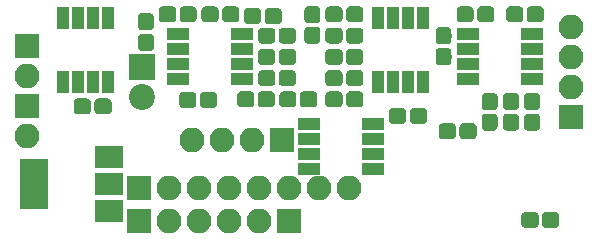
<source format=gts>
G04 #@! TF.GenerationSoftware,KiCad,Pcbnew,(5.0.0-rc2-178-g3c7b91b96)*
G04 #@! TF.CreationDate,2018-10-30T10:49:57+01:00*
G04 #@! TF.ProjectId,pcb4,706362342E6B696361645F7063620000,1*
G04 #@! TF.SameCoordinates,Original*
G04 #@! TF.FileFunction,Soldermask,Top*
G04 #@! TF.FilePolarity,Negative*
%FSLAX46Y46*%
G04 Gerber Fmt 4.6, Leading zero omitted, Abs format (unit mm)*
G04 Created by KiCad (PCBNEW (5.0.0-rc2-178-g3c7b91b96)) date 10/30/18 10:49:57*
%MOMM*%
%LPD*%
G01*
G04 APERTURE LIST*
%ADD10O,2.100000X2.100000*%
%ADD11R,2.100000X2.100000*%
%ADD12C,0.100000*%
%ADD13C,1.350000*%
%ADD14R,1.950000X1.000000*%
%ADD15R,2.200000X2.200000*%
%ADD16C,2.200000*%
%ADD17R,1.000000X1.950000*%
%ADD18R,2.400000X4.200000*%
%ADD19R,2.400000X1.900000*%
G04 APERTURE END LIST*
D10*
G04 #@! TO.C,J7*
X78105000Y-93580000D03*
X80645000Y-93580000D03*
X83185000Y-93580000D03*
D11*
X85725000Y-93580000D03*
G04 #@! TD*
G04 #@! TO.C,J4*
X73660000Y-100470000D03*
D10*
X76200000Y-100470000D03*
X78740000Y-100470000D03*
X81280000Y-100470000D03*
G04 #@! TD*
D12*
G04 #@! TO.C,C25*
G36*
X97725581Y-90906625D02*
X97758343Y-90911485D01*
X97790471Y-90919533D01*
X97821656Y-90930691D01*
X97851596Y-90944852D01*
X97880005Y-90961879D01*
X97906608Y-90981609D01*
X97931149Y-91003851D01*
X97953391Y-91028392D01*
X97973121Y-91054995D01*
X97990148Y-91083404D01*
X98004309Y-91113344D01*
X98015467Y-91144529D01*
X98023515Y-91176657D01*
X98028375Y-91209419D01*
X98030000Y-91242500D01*
X98030000Y-91917500D01*
X98028375Y-91950581D01*
X98023515Y-91983343D01*
X98015467Y-92015471D01*
X98004309Y-92046656D01*
X97990148Y-92076596D01*
X97973121Y-92105005D01*
X97953391Y-92131608D01*
X97931149Y-92156149D01*
X97906608Y-92178391D01*
X97880005Y-92198121D01*
X97851596Y-92215148D01*
X97821656Y-92229309D01*
X97790471Y-92240467D01*
X97758343Y-92248515D01*
X97725581Y-92253375D01*
X97692500Y-92255000D01*
X96917500Y-92255000D01*
X96884419Y-92253375D01*
X96851657Y-92248515D01*
X96819529Y-92240467D01*
X96788344Y-92229309D01*
X96758404Y-92215148D01*
X96729995Y-92198121D01*
X96703392Y-92178391D01*
X96678851Y-92156149D01*
X96656609Y-92131608D01*
X96636879Y-92105005D01*
X96619852Y-92076596D01*
X96605691Y-92046656D01*
X96594533Y-92015471D01*
X96586485Y-91983343D01*
X96581625Y-91950581D01*
X96580000Y-91917500D01*
X96580000Y-91242500D01*
X96581625Y-91209419D01*
X96586485Y-91176657D01*
X96594533Y-91144529D01*
X96605691Y-91113344D01*
X96619852Y-91083404D01*
X96636879Y-91054995D01*
X96656609Y-91028392D01*
X96678851Y-91003851D01*
X96703392Y-90981609D01*
X96729995Y-90961879D01*
X96758404Y-90944852D01*
X96788344Y-90930691D01*
X96819529Y-90919533D01*
X96851657Y-90911485D01*
X96884419Y-90906625D01*
X96917500Y-90905000D01*
X97692500Y-90905000D01*
X97725581Y-90906625D01*
X97725581Y-90906625D01*
G37*
D13*
X97305000Y-91580000D03*
D12*
G36*
X95975581Y-90906625D02*
X96008343Y-90911485D01*
X96040471Y-90919533D01*
X96071656Y-90930691D01*
X96101596Y-90944852D01*
X96130005Y-90961879D01*
X96156608Y-90981609D01*
X96181149Y-91003851D01*
X96203391Y-91028392D01*
X96223121Y-91054995D01*
X96240148Y-91083404D01*
X96254309Y-91113344D01*
X96265467Y-91144529D01*
X96273515Y-91176657D01*
X96278375Y-91209419D01*
X96280000Y-91242500D01*
X96280000Y-91917500D01*
X96278375Y-91950581D01*
X96273515Y-91983343D01*
X96265467Y-92015471D01*
X96254309Y-92046656D01*
X96240148Y-92076596D01*
X96223121Y-92105005D01*
X96203391Y-92131608D01*
X96181149Y-92156149D01*
X96156608Y-92178391D01*
X96130005Y-92198121D01*
X96101596Y-92215148D01*
X96071656Y-92229309D01*
X96040471Y-92240467D01*
X96008343Y-92248515D01*
X95975581Y-92253375D01*
X95942500Y-92255000D01*
X95167500Y-92255000D01*
X95134419Y-92253375D01*
X95101657Y-92248515D01*
X95069529Y-92240467D01*
X95038344Y-92229309D01*
X95008404Y-92215148D01*
X94979995Y-92198121D01*
X94953392Y-92178391D01*
X94928851Y-92156149D01*
X94906609Y-92131608D01*
X94886879Y-92105005D01*
X94869852Y-92076596D01*
X94855691Y-92046656D01*
X94844533Y-92015471D01*
X94836485Y-91983343D01*
X94831625Y-91950581D01*
X94830000Y-91917500D01*
X94830000Y-91242500D01*
X94831625Y-91209419D01*
X94836485Y-91176657D01*
X94844533Y-91144529D01*
X94855691Y-91113344D01*
X94869852Y-91083404D01*
X94886879Y-91054995D01*
X94906609Y-91028392D01*
X94928851Y-91003851D01*
X94953392Y-90981609D01*
X94979995Y-90961879D01*
X95008404Y-90944852D01*
X95038344Y-90930691D01*
X95069529Y-90919533D01*
X95101657Y-90911485D01*
X95134419Y-90906625D01*
X95167500Y-90905000D01*
X95942500Y-90905000D01*
X95975581Y-90906625D01*
X95975581Y-90906625D01*
G37*
D13*
X95555000Y-91580000D03*
G04 #@! TD*
D14*
G04 #@! TO.C,U9*
X93430000Y-92275000D03*
X93430000Y-93545000D03*
X93430000Y-94815000D03*
X93430000Y-96085000D03*
X88030000Y-96085000D03*
X88030000Y-94815000D03*
X88030000Y-93545000D03*
X88030000Y-92275000D03*
G04 #@! TD*
D11*
G04 #@! TO.C,J1*
X64135000Y-85660000D03*
D10*
X64135000Y-88200000D03*
G04 #@! TD*
G04 #@! TO.C,J2*
X64135000Y-93280000D03*
D11*
X64135000Y-90740000D03*
G04 #@! TD*
G04 #@! TO.C,J5*
X86360000Y-100470000D03*
D10*
X83820000Y-100470000D03*
G04 #@! TD*
D11*
G04 #@! TO.C,J6*
X110230000Y-91680000D03*
D10*
X110230000Y-89140000D03*
X110230000Y-86600000D03*
X110230000Y-84060000D03*
G04 #@! TD*
D11*
G04 #@! TO.C,J3*
X73630000Y-97680000D03*
D10*
X76170000Y-97680000D03*
X78710000Y-97680000D03*
X81250000Y-97680000D03*
X83790000Y-97680000D03*
X86330000Y-97680000D03*
X88870000Y-97680000D03*
X91410000Y-97680000D03*
G04 #@! TD*
D12*
G04 #@! TO.C,C12*
G36*
X90575581Y-82306625D02*
X90608343Y-82311485D01*
X90640471Y-82319533D01*
X90671656Y-82330691D01*
X90701596Y-82344852D01*
X90730005Y-82361879D01*
X90756608Y-82381609D01*
X90781149Y-82403851D01*
X90803391Y-82428392D01*
X90823121Y-82454995D01*
X90840148Y-82483404D01*
X90854309Y-82513344D01*
X90865467Y-82544529D01*
X90873515Y-82576657D01*
X90878375Y-82609419D01*
X90880000Y-82642500D01*
X90880000Y-83317500D01*
X90878375Y-83350581D01*
X90873515Y-83383343D01*
X90865467Y-83415471D01*
X90854309Y-83446656D01*
X90840148Y-83476596D01*
X90823121Y-83505005D01*
X90803391Y-83531608D01*
X90781149Y-83556149D01*
X90756608Y-83578391D01*
X90730005Y-83598121D01*
X90701596Y-83615148D01*
X90671656Y-83629309D01*
X90640471Y-83640467D01*
X90608343Y-83648515D01*
X90575581Y-83653375D01*
X90542500Y-83655000D01*
X89767500Y-83655000D01*
X89734419Y-83653375D01*
X89701657Y-83648515D01*
X89669529Y-83640467D01*
X89638344Y-83629309D01*
X89608404Y-83615148D01*
X89579995Y-83598121D01*
X89553392Y-83578391D01*
X89528851Y-83556149D01*
X89506609Y-83531608D01*
X89486879Y-83505005D01*
X89469852Y-83476596D01*
X89455691Y-83446656D01*
X89444533Y-83415471D01*
X89436485Y-83383343D01*
X89431625Y-83350581D01*
X89430000Y-83317500D01*
X89430000Y-82642500D01*
X89431625Y-82609419D01*
X89436485Y-82576657D01*
X89444533Y-82544529D01*
X89455691Y-82513344D01*
X89469852Y-82483404D01*
X89486879Y-82454995D01*
X89506609Y-82428392D01*
X89528851Y-82403851D01*
X89553392Y-82381609D01*
X89579995Y-82361879D01*
X89608404Y-82344852D01*
X89638344Y-82330691D01*
X89669529Y-82319533D01*
X89701657Y-82311485D01*
X89734419Y-82306625D01*
X89767500Y-82305000D01*
X90542500Y-82305000D01*
X90575581Y-82306625D01*
X90575581Y-82306625D01*
G37*
D13*
X90155000Y-82980000D03*
D12*
G36*
X92325581Y-82306625D02*
X92358343Y-82311485D01*
X92390471Y-82319533D01*
X92421656Y-82330691D01*
X92451596Y-82344852D01*
X92480005Y-82361879D01*
X92506608Y-82381609D01*
X92531149Y-82403851D01*
X92553391Y-82428392D01*
X92573121Y-82454995D01*
X92590148Y-82483404D01*
X92604309Y-82513344D01*
X92615467Y-82544529D01*
X92623515Y-82576657D01*
X92628375Y-82609419D01*
X92630000Y-82642500D01*
X92630000Y-83317500D01*
X92628375Y-83350581D01*
X92623515Y-83383343D01*
X92615467Y-83415471D01*
X92604309Y-83446656D01*
X92590148Y-83476596D01*
X92573121Y-83505005D01*
X92553391Y-83531608D01*
X92531149Y-83556149D01*
X92506608Y-83578391D01*
X92480005Y-83598121D01*
X92451596Y-83615148D01*
X92421656Y-83629309D01*
X92390471Y-83640467D01*
X92358343Y-83648515D01*
X92325581Y-83653375D01*
X92292500Y-83655000D01*
X91517500Y-83655000D01*
X91484419Y-83653375D01*
X91451657Y-83648515D01*
X91419529Y-83640467D01*
X91388344Y-83629309D01*
X91358404Y-83615148D01*
X91329995Y-83598121D01*
X91303392Y-83578391D01*
X91278851Y-83556149D01*
X91256609Y-83531608D01*
X91236879Y-83505005D01*
X91219852Y-83476596D01*
X91205691Y-83446656D01*
X91194533Y-83415471D01*
X91186485Y-83383343D01*
X91181625Y-83350581D01*
X91180000Y-83317500D01*
X91180000Y-82642500D01*
X91181625Y-82609419D01*
X91186485Y-82576657D01*
X91194533Y-82544529D01*
X91205691Y-82513344D01*
X91219852Y-82483404D01*
X91236879Y-82454995D01*
X91256609Y-82428392D01*
X91278851Y-82403851D01*
X91303392Y-82381609D01*
X91329995Y-82361879D01*
X91358404Y-82344852D01*
X91388344Y-82330691D01*
X91419529Y-82319533D01*
X91451657Y-82311485D01*
X91484419Y-82306625D01*
X91517500Y-82305000D01*
X92292500Y-82305000D01*
X92325581Y-82306625D01*
X92325581Y-82306625D01*
G37*
D13*
X91905000Y-82980000D03*
G04 #@! TD*
D12*
G04 #@! TO.C,C24*
G36*
X90575581Y-89506625D02*
X90608343Y-89511485D01*
X90640471Y-89519533D01*
X90671656Y-89530691D01*
X90701596Y-89544852D01*
X90730005Y-89561879D01*
X90756608Y-89581609D01*
X90781149Y-89603851D01*
X90803391Y-89628392D01*
X90823121Y-89654995D01*
X90840148Y-89683404D01*
X90854309Y-89713344D01*
X90865467Y-89744529D01*
X90873515Y-89776657D01*
X90878375Y-89809419D01*
X90880000Y-89842500D01*
X90880000Y-90517500D01*
X90878375Y-90550581D01*
X90873515Y-90583343D01*
X90865467Y-90615471D01*
X90854309Y-90646656D01*
X90840148Y-90676596D01*
X90823121Y-90705005D01*
X90803391Y-90731608D01*
X90781149Y-90756149D01*
X90756608Y-90778391D01*
X90730005Y-90798121D01*
X90701596Y-90815148D01*
X90671656Y-90829309D01*
X90640471Y-90840467D01*
X90608343Y-90848515D01*
X90575581Y-90853375D01*
X90542500Y-90855000D01*
X89767500Y-90855000D01*
X89734419Y-90853375D01*
X89701657Y-90848515D01*
X89669529Y-90840467D01*
X89638344Y-90829309D01*
X89608404Y-90815148D01*
X89579995Y-90798121D01*
X89553392Y-90778391D01*
X89528851Y-90756149D01*
X89506609Y-90731608D01*
X89486879Y-90705005D01*
X89469852Y-90676596D01*
X89455691Y-90646656D01*
X89444533Y-90615471D01*
X89436485Y-90583343D01*
X89431625Y-90550581D01*
X89430000Y-90517500D01*
X89430000Y-89842500D01*
X89431625Y-89809419D01*
X89436485Y-89776657D01*
X89444533Y-89744529D01*
X89455691Y-89713344D01*
X89469852Y-89683404D01*
X89486879Y-89654995D01*
X89506609Y-89628392D01*
X89528851Y-89603851D01*
X89553392Y-89581609D01*
X89579995Y-89561879D01*
X89608404Y-89544852D01*
X89638344Y-89530691D01*
X89669529Y-89519533D01*
X89701657Y-89511485D01*
X89734419Y-89506625D01*
X89767500Y-89505000D01*
X90542500Y-89505000D01*
X90575581Y-89506625D01*
X90575581Y-89506625D01*
G37*
D13*
X90155000Y-90180000D03*
D12*
G36*
X92325581Y-89506625D02*
X92358343Y-89511485D01*
X92390471Y-89519533D01*
X92421656Y-89530691D01*
X92451596Y-89544852D01*
X92480005Y-89561879D01*
X92506608Y-89581609D01*
X92531149Y-89603851D01*
X92553391Y-89628392D01*
X92573121Y-89654995D01*
X92590148Y-89683404D01*
X92604309Y-89713344D01*
X92615467Y-89744529D01*
X92623515Y-89776657D01*
X92628375Y-89809419D01*
X92630000Y-89842500D01*
X92630000Y-90517500D01*
X92628375Y-90550581D01*
X92623515Y-90583343D01*
X92615467Y-90615471D01*
X92604309Y-90646656D01*
X92590148Y-90676596D01*
X92573121Y-90705005D01*
X92553391Y-90731608D01*
X92531149Y-90756149D01*
X92506608Y-90778391D01*
X92480005Y-90798121D01*
X92451596Y-90815148D01*
X92421656Y-90829309D01*
X92390471Y-90840467D01*
X92358343Y-90848515D01*
X92325581Y-90853375D01*
X92292500Y-90855000D01*
X91517500Y-90855000D01*
X91484419Y-90853375D01*
X91451657Y-90848515D01*
X91419529Y-90840467D01*
X91388344Y-90829309D01*
X91358404Y-90815148D01*
X91329995Y-90798121D01*
X91303392Y-90778391D01*
X91278851Y-90756149D01*
X91256609Y-90731608D01*
X91236879Y-90705005D01*
X91219852Y-90676596D01*
X91205691Y-90646656D01*
X91194533Y-90615471D01*
X91186485Y-90583343D01*
X91181625Y-90550581D01*
X91180000Y-90517500D01*
X91180000Y-89842500D01*
X91181625Y-89809419D01*
X91186485Y-89776657D01*
X91194533Y-89744529D01*
X91205691Y-89713344D01*
X91219852Y-89683404D01*
X91236879Y-89654995D01*
X91256609Y-89628392D01*
X91278851Y-89603851D01*
X91303392Y-89581609D01*
X91329995Y-89561879D01*
X91358404Y-89544852D01*
X91388344Y-89530691D01*
X91419529Y-89519533D01*
X91451657Y-89511485D01*
X91484419Y-89506625D01*
X91517500Y-89505000D01*
X92292500Y-89505000D01*
X92325581Y-89506625D01*
X92325581Y-89506625D01*
G37*
D13*
X91905000Y-90180000D03*
G04 #@! TD*
D12*
G04 #@! TO.C,C23*
G36*
X90575581Y-84106625D02*
X90608343Y-84111485D01*
X90640471Y-84119533D01*
X90671656Y-84130691D01*
X90701596Y-84144852D01*
X90730005Y-84161879D01*
X90756608Y-84181609D01*
X90781149Y-84203851D01*
X90803391Y-84228392D01*
X90823121Y-84254995D01*
X90840148Y-84283404D01*
X90854309Y-84313344D01*
X90865467Y-84344529D01*
X90873515Y-84376657D01*
X90878375Y-84409419D01*
X90880000Y-84442500D01*
X90880000Y-85117500D01*
X90878375Y-85150581D01*
X90873515Y-85183343D01*
X90865467Y-85215471D01*
X90854309Y-85246656D01*
X90840148Y-85276596D01*
X90823121Y-85305005D01*
X90803391Y-85331608D01*
X90781149Y-85356149D01*
X90756608Y-85378391D01*
X90730005Y-85398121D01*
X90701596Y-85415148D01*
X90671656Y-85429309D01*
X90640471Y-85440467D01*
X90608343Y-85448515D01*
X90575581Y-85453375D01*
X90542500Y-85455000D01*
X89767500Y-85455000D01*
X89734419Y-85453375D01*
X89701657Y-85448515D01*
X89669529Y-85440467D01*
X89638344Y-85429309D01*
X89608404Y-85415148D01*
X89579995Y-85398121D01*
X89553392Y-85378391D01*
X89528851Y-85356149D01*
X89506609Y-85331608D01*
X89486879Y-85305005D01*
X89469852Y-85276596D01*
X89455691Y-85246656D01*
X89444533Y-85215471D01*
X89436485Y-85183343D01*
X89431625Y-85150581D01*
X89430000Y-85117500D01*
X89430000Y-84442500D01*
X89431625Y-84409419D01*
X89436485Y-84376657D01*
X89444533Y-84344529D01*
X89455691Y-84313344D01*
X89469852Y-84283404D01*
X89486879Y-84254995D01*
X89506609Y-84228392D01*
X89528851Y-84203851D01*
X89553392Y-84181609D01*
X89579995Y-84161879D01*
X89608404Y-84144852D01*
X89638344Y-84130691D01*
X89669529Y-84119533D01*
X89701657Y-84111485D01*
X89734419Y-84106625D01*
X89767500Y-84105000D01*
X90542500Y-84105000D01*
X90575581Y-84106625D01*
X90575581Y-84106625D01*
G37*
D13*
X90155000Y-84780000D03*
D12*
G36*
X92325581Y-84106625D02*
X92358343Y-84111485D01*
X92390471Y-84119533D01*
X92421656Y-84130691D01*
X92451596Y-84144852D01*
X92480005Y-84161879D01*
X92506608Y-84181609D01*
X92531149Y-84203851D01*
X92553391Y-84228392D01*
X92573121Y-84254995D01*
X92590148Y-84283404D01*
X92604309Y-84313344D01*
X92615467Y-84344529D01*
X92623515Y-84376657D01*
X92628375Y-84409419D01*
X92630000Y-84442500D01*
X92630000Y-85117500D01*
X92628375Y-85150581D01*
X92623515Y-85183343D01*
X92615467Y-85215471D01*
X92604309Y-85246656D01*
X92590148Y-85276596D01*
X92573121Y-85305005D01*
X92553391Y-85331608D01*
X92531149Y-85356149D01*
X92506608Y-85378391D01*
X92480005Y-85398121D01*
X92451596Y-85415148D01*
X92421656Y-85429309D01*
X92390471Y-85440467D01*
X92358343Y-85448515D01*
X92325581Y-85453375D01*
X92292500Y-85455000D01*
X91517500Y-85455000D01*
X91484419Y-85453375D01*
X91451657Y-85448515D01*
X91419529Y-85440467D01*
X91388344Y-85429309D01*
X91358404Y-85415148D01*
X91329995Y-85398121D01*
X91303392Y-85378391D01*
X91278851Y-85356149D01*
X91256609Y-85331608D01*
X91236879Y-85305005D01*
X91219852Y-85276596D01*
X91205691Y-85246656D01*
X91194533Y-85215471D01*
X91186485Y-85183343D01*
X91181625Y-85150581D01*
X91180000Y-85117500D01*
X91180000Y-84442500D01*
X91181625Y-84409419D01*
X91186485Y-84376657D01*
X91194533Y-84344529D01*
X91205691Y-84313344D01*
X91219852Y-84283404D01*
X91236879Y-84254995D01*
X91256609Y-84228392D01*
X91278851Y-84203851D01*
X91303392Y-84181609D01*
X91329995Y-84161879D01*
X91358404Y-84144852D01*
X91388344Y-84130691D01*
X91419529Y-84119533D01*
X91451657Y-84111485D01*
X91484419Y-84106625D01*
X91517500Y-84105000D01*
X92292500Y-84105000D01*
X92325581Y-84106625D01*
X92325581Y-84106625D01*
G37*
D13*
X91905000Y-84780000D03*
G04 #@! TD*
D12*
G04 #@! TO.C,C22*
G36*
X88425581Y-89506625D02*
X88458343Y-89511485D01*
X88490471Y-89519533D01*
X88521656Y-89530691D01*
X88551596Y-89544852D01*
X88580005Y-89561879D01*
X88606608Y-89581609D01*
X88631149Y-89603851D01*
X88653391Y-89628392D01*
X88673121Y-89654995D01*
X88690148Y-89683404D01*
X88704309Y-89713344D01*
X88715467Y-89744529D01*
X88723515Y-89776657D01*
X88728375Y-89809419D01*
X88730000Y-89842500D01*
X88730000Y-90517500D01*
X88728375Y-90550581D01*
X88723515Y-90583343D01*
X88715467Y-90615471D01*
X88704309Y-90646656D01*
X88690148Y-90676596D01*
X88673121Y-90705005D01*
X88653391Y-90731608D01*
X88631149Y-90756149D01*
X88606608Y-90778391D01*
X88580005Y-90798121D01*
X88551596Y-90815148D01*
X88521656Y-90829309D01*
X88490471Y-90840467D01*
X88458343Y-90848515D01*
X88425581Y-90853375D01*
X88392500Y-90855000D01*
X87617500Y-90855000D01*
X87584419Y-90853375D01*
X87551657Y-90848515D01*
X87519529Y-90840467D01*
X87488344Y-90829309D01*
X87458404Y-90815148D01*
X87429995Y-90798121D01*
X87403392Y-90778391D01*
X87378851Y-90756149D01*
X87356609Y-90731608D01*
X87336879Y-90705005D01*
X87319852Y-90676596D01*
X87305691Y-90646656D01*
X87294533Y-90615471D01*
X87286485Y-90583343D01*
X87281625Y-90550581D01*
X87280000Y-90517500D01*
X87280000Y-89842500D01*
X87281625Y-89809419D01*
X87286485Y-89776657D01*
X87294533Y-89744529D01*
X87305691Y-89713344D01*
X87319852Y-89683404D01*
X87336879Y-89654995D01*
X87356609Y-89628392D01*
X87378851Y-89603851D01*
X87403392Y-89581609D01*
X87429995Y-89561879D01*
X87458404Y-89544852D01*
X87488344Y-89530691D01*
X87519529Y-89519533D01*
X87551657Y-89511485D01*
X87584419Y-89506625D01*
X87617500Y-89505000D01*
X88392500Y-89505000D01*
X88425581Y-89506625D01*
X88425581Y-89506625D01*
G37*
D13*
X88005000Y-90180000D03*
D12*
G36*
X86675581Y-89506625D02*
X86708343Y-89511485D01*
X86740471Y-89519533D01*
X86771656Y-89530691D01*
X86801596Y-89544852D01*
X86830005Y-89561879D01*
X86856608Y-89581609D01*
X86881149Y-89603851D01*
X86903391Y-89628392D01*
X86923121Y-89654995D01*
X86940148Y-89683404D01*
X86954309Y-89713344D01*
X86965467Y-89744529D01*
X86973515Y-89776657D01*
X86978375Y-89809419D01*
X86980000Y-89842500D01*
X86980000Y-90517500D01*
X86978375Y-90550581D01*
X86973515Y-90583343D01*
X86965467Y-90615471D01*
X86954309Y-90646656D01*
X86940148Y-90676596D01*
X86923121Y-90705005D01*
X86903391Y-90731608D01*
X86881149Y-90756149D01*
X86856608Y-90778391D01*
X86830005Y-90798121D01*
X86801596Y-90815148D01*
X86771656Y-90829309D01*
X86740471Y-90840467D01*
X86708343Y-90848515D01*
X86675581Y-90853375D01*
X86642500Y-90855000D01*
X85867500Y-90855000D01*
X85834419Y-90853375D01*
X85801657Y-90848515D01*
X85769529Y-90840467D01*
X85738344Y-90829309D01*
X85708404Y-90815148D01*
X85679995Y-90798121D01*
X85653392Y-90778391D01*
X85628851Y-90756149D01*
X85606609Y-90731608D01*
X85586879Y-90705005D01*
X85569852Y-90676596D01*
X85555691Y-90646656D01*
X85544533Y-90615471D01*
X85536485Y-90583343D01*
X85531625Y-90550581D01*
X85530000Y-90517500D01*
X85530000Y-89842500D01*
X85531625Y-89809419D01*
X85536485Y-89776657D01*
X85544533Y-89744529D01*
X85555691Y-89713344D01*
X85569852Y-89683404D01*
X85586879Y-89654995D01*
X85606609Y-89628392D01*
X85628851Y-89603851D01*
X85653392Y-89581609D01*
X85679995Y-89561879D01*
X85708404Y-89544852D01*
X85738344Y-89530691D01*
X85769529Y-89519533D01*
X85801657Y-89511485D01*
X85834419Y-89506625D01*
X85867500Y-89505000D01*
X86642500Y-89505000D01*
X86675581Y-89506625D01*
X86675581Y-89506625D01*
G37*
D13*
X86255000Y-90180000D03*
G04 #@! TD*
D12*
G04 #@! TO.C,C21*
G36*
X86625581Y-84106625D02*
X86658343Y-84111485D01*
X86690471Y-84119533D01*
X86721656Y-84130691D01*
X86751596Y-84144852D01*
X86780005Y-84161879D01*
X86806608Y-84181609D01*
X86831149Y-84203851D01*
X86853391Y-84228392D01*
X86873121Y-84254995D01*
X86890148Y-84283404D01*
X86904309Y-84313344D01*
X86915467Y-84344529D01*
X86923515Y-84376657D01*
X86928375Y-84409419D01*
X86930000Y-84442500D01*
X86930000Y-85117500D01*
X86928375Y-85150581D01*
X86923515Y-85183343D01*
X86915467Y-85215471D01*
X86904309Y-85246656D01*
X86890148Y-85276596D01*
X86873121Y-85305005D01*
X86853391Y-85331608D01*
X86831149Y-85356149D01*
X86806608Y-85378391D01*
X86780005Y-85398121D01*
X86751596Y-85415148D01*
X86721656Y-85429309D01*
X86690471Y-85440467D01*
X86658343Y-85448515D01*
X86625581Y-85453375D01*
X86592500Y-85455000D01*
X85817500Y-85455000D01*
X85784419Y-85453375D01*
X85751657Y-85448515D01*
X85719529Y-85440467D01*
X85688344Y-85429309D01*
X85658404Y-85415148D01*
X85629995Y-85398121D01*
X85603392Y-85378391D01*
X85578851Y-85356149D01*
X85556609Y-85331608D01*
X85536879Y-85305005D01*
X85519852Y-85276596D01*
X85505691Y-85246656D01*
X85494533Y-85215471D01*
X85486485Y-85183343D01*
X85481625Y-85150581D01*
X85480000Y-85117500D01*
X85480000Y-84442500D01*
X85481625Y-84409419D01*
X85486485Y-84376657D01*
X85494533Y-84344529D01*
X85505691Y-84313344D01*
X85519852Y-84283404D01*
X85536879Y-84254995D01*
X85556609Y-84228392D01*
X85578851Y-84203851D01*
X85603392Y-84181609D01*
X85629995Y-84161879D01*
X85658404Y-84144852D01*
X85688344Y-84130691D01*
X85719529Y-84119533D01*
X85751657Y-84111485D01*
X85784419Y-84106625D01*
X85817500Y-84105000D01*
X86592500Y-84105000D01*
X86625581Y-84106625D01*
X86625581Y-84106625D01*
G37*
D13*
X86205000Y-84780000D03*
D12*
G36*
X84875581Y-84106625D02*
X84908343Y-84111485D01*
X84940471Y-84119533D01*
X84971656Y-84130691D01*
X85001596Y-84144852D01*
X85030005Y-84161879D01*
X85056608Y-84181609D01*
X85081149Y-84203851D01*
X85103391Y-84228392D01*
X85123121Y-84254995D01*
X85140148Y-84283404D01*
X85154309Y-84313344D01*
X85165467Y-84344529D01*
X85173515Y-84376657D01*
X85178375Y-84409419D01*
X85180000Y-84442500D01*
X85180000Y-85117500D01*
X85178375Y-85150581D01*
X85173515Y-85183343D01*
X85165467Y-85215471D01*
X85154309Y-85246656D01*
X85140148Y-85276596D01*
X85123121Y-85305005D01*
X85103391Y-85331608D01*
X85081149Y-85356149D01*
X85056608Y-85378391D01*
X85030005Y-85398121D01*
X85001596Y-85415148D01*
X84971656Y-85429309D01*
X84940471Y-85440467D01*
X84908343Y-85448515D01*
X84875581Y-85453375D01*
X84842500Y-85455000D01*
X84067500Y-85455000D01*
X84034419Y-85453375D01*
X84001657Y-85448515D01*
X83969529Y-85440467D01*
X83938344Y-85429309D01*
X83908404Y-85415148D01*
X83879995Y-85398121D01*
X83853392Y-85378391D01*
X83828851Y-85356149D01*
X83806609Y-85331608D01*
X83786879Y-85305005D01*
X83769852Y-85276596D01*
X83755691Y-85246656D01*
X83744533Y-85215471D01*
X83736485Y-85183343D01*
X83731625Y-85150581D01*
X83730000Y-85117500D01*
X83730000Y-84442500D01*
X83731625Y-84409419D01*
X83736485Y-84376657D01*
X83744533Y-84344529D01*
X83755691Y-84313344D01*
X83769852Y-84283404D01*
X83786879Y-84254995D01*
X83806609Y-84228392D01*
X83828851Y-84203851D01*
X83853392Y-84181609D01*
X83879995Y-84161879D01*
X83908404Y-84144852D01*
X83938344Y-84130691D01*
X83969529Y-84119533D01*
X84001657Y-84111485D01*
X84034419Y-84106625D01*
X84067500Y-84105000D01*
X84842500Y-84105000D01*
X84875581Y-84106625D01*
X84875581Y-84106625D01*
G37*
D13*
X84455000Y-84780000D03*
G04 #@! TD*
D12*
G04 #@! TO.C,C20*
G36*
X81825581Y-82306625D02*
X81858343Y-82311485D01*
X81890471Y-82319533D01*
X81921656Y-82330691D01*
X81951596Y-82344852D01*
X81980005Y-82361879D01*
X82006608Y-82381609D01*
X82031149Y-82403851D01*
X82053391Y-82428392D01*
X82073121Y-82454995D01*
X82090148Y-82483404D01*
X82104309Y-82513344D01*
X82115467Y-82544529D01*
X82123515Y-82576657D01*
X82128375Y-82609419D01*
X82130000Y-82642500D01*
X82130000Y-83317500D01*
X82128375Y-83350581D01*
X82123515Y-83383343D01*
X82115467Y-83415471D01*
X82104309Y-83446656D01*
X82090148Y-83476596D01*
X82073121Y-83505005D01*
X82053391Y-83531608D01*
X82031149Y-83556149D01*
X82006608Y-83578391D01*
X81980005Y-83598121D01*
X81951596Y-83615148D01*
X81921656Y-83629309D01*
X81890471Y-83640467D01*
X81858343Y-83648515D01*
X81825581Y-83653375D01*
X81792500Y-83655000D01*
X81017500Y-83655000D01*
X80984419Y-83653375D01*
X80951657Y-83648515D01*
X80919529Y-83640467D01*
X80888344Y-83629309D01*
X80858404Y-83615148D01*
X80829995Y-83598121D01*
X80803392Y-83578391D01*
X80778851Y-83556149D01*
X80756609Y-83531608D01*
X80736879Y-83505005D01*
X80719852Y-83476596D01*
X80705691Y-83446656D01*
X80694533Y-83415471D01*
X80686485Y-83383343D01*
X80681625Y-83350581D01*
X80680000Y-83317500D01*
X80680000Y-82642500D01*
X80681625Y-82609419D01*
X80686485Y-82576657D01*
X80694533Y-82544529D01*
X80705691Y-82513344D01*
X80719852Y-82483404D01*
X80736879Y-82454995D01*
X80756609Y-82428392D01*
X80778851Y-82403851D01*
X80803392Y-82381609D01*
X80829995Y-82361879D01*
X80858404Y-82344852D01*
X80888344Y-82330691D01*
X80919529Y-82319533D01*
X80951657Y-82311485D01*
X80984419Y-82306625D01*
X81017500Y-82305000D01*
X81792500Y-82305000D01*
X81825581Y-82306625D01*
X81825581Y-82306625D01*
G37*
D13*
X81405000Y-82980000D03*
D12*
G36*
X80075581Y-82306625D02*
X80108343Y-82311485D01*
X80140471Y-82319533D01*
X80171656Y-82330691D01*
X80201596Y-82344852D01*
X80230005Y-82361879D01*
X80256608Y-82381609D01*
X80281149Y-82403851D01*
X80303391Y-82428392D01*
X80323121Y-82454995D01*
X80340148Y-82483404D01*
X80354309Y-82513344D01*
X80365467Y-82544529D01*
X80373515Y-82576657D01*
X80378375Y-82609419D01*
X80380000Y-82642500D01*
X80380000Y-83317500D01*
X80378375Y-83350581D01*
X80373515Y-83383343D01*
X80365467Y-83415471D01*
X80354309Y-83446656D01*
X80340148Y-83476596D01*
X80323121Y-83505005D01*
X80303391Y-83531608D01*
X80281149Y-83556149D01*
X80256608Y-83578391D01*
X80230005Y-83598121D01*
X80201596Y-83615148D01*
X80171656Y-83629309D01*
X80140471Y-83640467D01*
X80108343Y-83648515D01*
X80075581Y-83653375D01*
X80042500Y-83655000D01*
X79267500Y-83655000D01*
X79234419Y-83653375D01*
X79201657Y-83648515D01*
X79169529Y-83640467D01*
X79138344Y-83629309D01*
X79108404Y-83615148D01*
X79079995Y-83598121D01*
X79053392Y-83578391D01*
X79028851Y-83556149D01*
X79006609Y-83531608D01*
X78986879Y-83505005D01*
X78969852Y-83476596D01*
X78955691Y-83446656D01*
X78944533Y-83415471D01*
X78936485Y-83383343D01*
X78931625Y-83350581D01*
X78930000Y-83317500D01*
X78930000Y-82642500D01*
X78931625Y-82609419D01*
X78936485Y-82576657D01*
X78944533Y-82544529D01*
X78955691Y-82513344D01*
X78969852Y-82483404D01*
X78986879Y-82454995D01*
X79006609Y-82428392D01*
X79028851Y-82403851D01*
X79053392Y-82381609D01*
X79079995Y-82361879D01*
X79108404Y-82344852D01*
X79138344Y-82330691D01*
X79169529Y-82319533D01*
X79201657Y-82311485D01*
X79234419Y-82306625D01*
X79267500Y-82305000D01*
X80042500Y-82305000D01*
X80075581Y-82306625D01*
X80075581Y-82306625D01*
G37*
D13*
X79655000Y-82980000D03*
G04 #@! TD*
D12*
G04 #@! TO.C,C19*
G36*
X88700581Y-82281625D02*
X88733343Y-82286485D01*
X88765471Y-82294533D01*
X88796656Y-82305691D01*
X88826596Y-82319852D01*
X88855005Y-82336879D01*
X88881608Y-82356609D01*
X88906149Y-82378851D01*
X88928391Y-82403392D01*
X88948121Y-82429995D01*
X88965148Y-82458404D01*
X88979309Y-82488344D01*
X88990467Y-82519529D01*
X88998515Y-82551657D01*
X89003375Y-82584419D01*
X89005000Y-82617500D01*
X89005000Y-83392500D01*
X89003375Y-83425581D01*
X88998515Y-83458343D01*
X88990467Y-83490471D01*
X88979309Y-83521656D01*
X88965148Y-83551596D01*
X88948121Y-83580005D01*
X88928391Y-83606608D01*
X88906149Y-83631149D01*
X88881608Y-83653391D01*
X88855005Y-83673121D01*
X88826596Y-83690148D01*
X88796656Y-83704309D01*
X88765471Y-83715467D01*
X88733343Y-83723515D01*
X88700581Y-83728375D01*
X88667500Y-83730000D01*
X87992500Y-83730000D01*
X87959419Y-83728375D01*
X87926657Y-83723515D01*
X87894529Y-83715467D01*
X87863344Y-83704309D01*
X87833404Y-83690148D01*
X87804995Y-83673121D01*
X87778392Y-83653391D01*
X87753851Y-83631149D01*
X87731609Y-83606608D01*
X87711879Y-83580005D01*
X87694852Y-83551596D01*
X87680691Y-83521656D01*
X87669533Y-83490471D01*
X87661485Y-83458343D01*
X87656625Y-83425581D01*
X87655000Y-83392500D01*
X87655000Y-82617500D01*
X87656625Y-82584419D01*
X87661485Y-82551657D01*
X87669533Y-82519529D01*
X87680691Y-82488344D01*
X87694852Y-82458404D01*
X87711879Y-82429995D01*
X87731609Y-82403392D01*
X87753851Y-82378851D01*
X87778392Y-82356609D01*
X87804995Y-82336879D01*
X87833404Y-82319852D01*
X87863344Y-82305691D01*
X87894529Y-82294533D01*
X87926657Y-82286485D01*
X87959419Y-82281625D01*
X87992500Y-82280000D01*
X88667500Y-82280000D01*
X88700581Y-82281625D01*
X88700581Y-82281625D01*
G37*
D13*
X88330000Y-83005000D03*
D12*
G36*
X88700581Y-84031625D02*
X88733343Y-84036485D01*
X88765471Y-84044533D01*
X88796656Y-84055691D01*
X88826596Y-84069852D01*
X88855005Y-84086879D01*
X88881608Y-84106609D01*
X88906149Y-84128851D01*
X88928391Y-84153392D01*
X88948121Y-84179995D01*
X88965148Y-84208404D01*
X88979309Y-84238344D01*
X88990467Y-84269529D01*
X88998515Y-84301657D01*
X89003375Y-84334419D01*
X89005000Y-84367500D01*
X89005000Y-85142500D01*
X89003375Y-85175581D01*
X88998515Y-85208343D01*
X88990467Y-85240471D01*
X88979309Y-85271656D01*
X88965148Y-85301596D01*
X88948121Y-85330005D01*
X88928391Y-85356608D01*
X88906149Y-85381149D01*
X88881608Y-85403391D01*
X88855005Y-85423121D01*
X88826596Y-85440148D01*
X88796656Y-85454309D01*
X88765471Y-85465467D01*
X88733343Y-85473515D01*
X88700581Y-85478375D01*
X88667500Y-85480000D01*
X87992500Y-85480000D01*
X87959419Y-85478375D01*
X87926657Y-85473515D01*
X87894529Y-85465467D01*
X87863344Y-85454309D01*
X87833404Y-85440148D01*
X87804995Y-85423121D01*
X87778392Y-85403391D01*
X87753851Y-85381149D01*
X87731609Y-85356608D01*
X87711879Y-85330005D01*
X87694852Y-85301596D01*
X87680691Y-85271656D01*
X87669533Y-85240471D01*
X87661485Y-85208343D01*
X87656625Y-85175581D01*
X87655000Y-85142500D01*
X87655000Y-84367500D01*
X87656625Y-84334419D01*
X87661485Y-84301657D01*
X87669533Y-84269529D01*
X87680691Y-84238344D01*
X87694852Y-84208404D01*
X87711879Y-84179995D01*
X87731609Y-84153392D01*
X87753851Y-84128851D01*
X87778392Y-84106609D01*
X87804995Y-84086879D01*
X87833404Y-84069852D01*
X87863344Y-84055691D01*
X87894529Y-84044533D01*
X87926657Y-84036485D01*
X87959419Y-84031625D01*
X87992500Y-84030000D01*
X88667500Y-84030000D01*
X88700581Y-84031625D01*
X88700581Y-84031625D01*
G37*
D13*
X88330000Y-84755000D03*
G04 #@! TD*
D12*
G04 #@! TO.C,C18*
G36*
X86625581Y-87706625D02*
X86658343Y-87711485D01*
X86690471Y-87719533D01*
X86721656Y-87730691D01*
X86751596Y-87744852D01*
X86780005Y-87761879D01*
X86806608Y-87781609D01*
X86831149Y-87803851D01*
X86853391Y-87828392D01*
X86873121Y-87854995D01*
X86890148Y-87883404D01*
X86904309Y-87913344D01*
X86915467Y-87944529D01*
X86923515Y-87976657D01*
X86928375Y-88009419D01*
X86930000Y-88042500D01*
X86930000Y-88717500D01*
X86928375Y-88750581D01*
X86923515Y-88783343D01*
X86915467Y-88815471D01*
X86904309Y-88846656D01*
X86890148Y-88876596D01*
X86873121Y-88905005D01*
X86853391Y-88931608D01*
X86831149Y-88956149D01*
X86806608Y-88978391D01*
X86780005Y-88998121D01*
X86751596Y-89015148D01*
X86721656Y-89029309D01*
X86690471Y-89040467D01*
X86658343Y-89048515D01*
X86625581Y-89053375D01*
X86592500Y-89055000D01*
X85817500Y-89055000D01*
X85784419Y-89053375D01*
X85751657Y-89048515D01*
X85719529Y-89040467D01*
X85688344Y-89029309D01*
X85658404Y-89015148D01*
X85629995Y-88998121D01*
X85603392Y-88978391D01*
X85578851Y-88956149D01*
X85556609Y-88931608D01*
X85536879Y-88905005D01*
X85519852Y-88876596D01*
X85505691Y-88846656D01*
X85494533Y-88815471D01*
X85486485Y-88783343D01*
X85481625Y-88750581D01*
X85480000Y-88717500D01*
X85480000Y-88042500D01*
X85481625Y-88009419D01*
X85486485Y-87976657D01*
X85494533Y-87944529D01*
X85505691Y-87913344D01*
X85519852Y-87883404D01*
X85536879Y-87854995D01*
X85556609Y-87828392D01*
X85578851Y-87803851D01*
X85603392Y-87781609D01*
X85629995Y-87761879D01*
X85658404Y-87744852D01*
X85688344Y-87730691D01*
X85719529Y-87719533D01*
X85751657Y-87711485D01*
X85784419Y-87706625D01*
X85817500Y-87705000D01*
X86592500Y-87705000D01*
X86625581Y-87706625D01*
X86625581Y-87706625D01*
G37*
D13*
X86205000Y-88380000D03*
D12*
G36*
X84875581Y-87706625D02*
X84908343Y-87711485D01*
X84940471Y-87719533D01*
X84971656Y-87730691D01*
X85001596Y-87744852D01*
X85030005Y-87761879D01*
X85056608Y-87781609D01*
X85081149Y-87803851D01*
X85103391Y-87828392D01*
X85123121Y-87854995D01*
X85140148Y-87883404D01*
X85154309Y-87913344D01*
X85165467Y-87944529D01*
X85173515Y-87976657D01*
X85178375Y-88009419D01*
X85180000Y-88042500D01*
X85180000Y-88717500D01*
X85178375Y-88750581D01*
X85173515Y-88783343D01*
X85165467Y-88815471D01*
X85154309Y-88846656D01*
X85140148Y-88876596D01*
X85123121Y-88905005D01*
X85103391Y-88931608D01*
X85081149Y-88956149D01*
X85056608Y-88978391D01*
X85030005Y-88998121D01*
X85001596Y-89015148D01*
X84971656Y-89029309D01*
X84940471Y-89040467D01*
X84908343Y-89048515D01*
X84875581Y-89053375D01*
X84842500Y-89055000D01*
X84067500Y-89055000D01*
X84034419Y-89053375D01*
X84001657Y-89048515D01*
X83969529Y-89040467D01*
X83938344Y-89029309D01*
X83908404Y-89015148D01*
X83879995Y-88998121D01*
X83853392Y-88978391D01*
X83828851Y-88956149D01*
X83806609Y-88931608D01*
X83786879Y-88905005D01*
X83769852Y-88876596D01*
X83755691Y-88846656D01*
X83744533Y-88815471D01*
X83736485Y-88783343D01*
X83731625Y-88750581D01*
X83730000Y-88717500D01*
X83730000Y-88042500D01*
X83731625Y-88009419D01*
X83736485Y-87976657D01*
X83744533Y-87944529D01*
X83755691Y-87913344D01*
X83769852Y-87883404D01*
X83786879Y-87854995D01*
X83806609Y-87828392D01*
X83828851Y-87803851D01*
X83853392Y-87781609D01*
X83879995Y-87761879D01*
X83908404Y-87744852D01*
X83938344Y-87730691D01*
X83969529Y-87719533D01*
X84001657Y-87711485D01*
X84034419Y-87706625D01*
X84067500Y-87705000D01*
X84842500Y-87705000D01*
X84875581Y-87706625D01*
X84875581Y-87706625D01*
G37*
D13*
X84455000Y-88380000D03*
G04 #@! TD*
D12*
G04 #@! TO.C,C17*
G36*
X79955581Y-89558625D02*
X79988343Y-89563485D01*
X80020471Y-89571533D01*
X80051656Y-89582691D01*
X80081596Y-89596852D01*
X80110005Y-89613879D01*
X80136608Y-89633609D01*
X80161149Y-89655851D01*
X80183391Y-89680392D01*
X80203121Y-89706995D01*
X80220148Y-89735404D01*
X80234309Y-89765344D01*
X80245467Y-89796529D01*
X80253515Y-89828657D01*
X80258375Y-89861419D01*
X80260000Y-89894500D01*
X80260000Y-90569500D01*
X80258375Y-90602581D01*
X80253515Y-90635343D01*
X80245467Y-90667471D01*
X80234309Y-90698656D01*
X80220148Y-90728596D01*
X80203121Y-90757005D01*
X80183391Y-90783608D01*
X80161149Y-90808149D01*
X80136608Y-90830391D01*
X80110005Y-90850121D01*
X80081596Y-90867148D01*
X80051656Y-90881309D01*
X80020471Y-90892467D01*
X79988343Y-90900515D01*
X79955581Y-90905375D01*
X79922500Y-90907000D01*
X79147500Y-90907000D01*
X79114419Y-90905375D01*
X79081657Y-90900515D01*
X79049529Y-90892467D01*
X79018344Y-90881309D01*
X78988404Y-90867148D01*
X78959995Y-90850121D01*
X78933392Y-90830391D01*
X78908851Y-90808149D01*
X78886609Y-90783608D01*
X78866879Y-90757005D01*
X78849852Y-90728596D01*
X78835691Y-90698656D01*
X78824533Y-90667471D01*
X78816485Y-90635343D01*
X78811625Y-90602581D01*
X78810000Y-90569500D01*
X78810000Y-89894500D01*
X78811625Y-89861419D01*
X78816485Y-89828657D01*
X78824533Y-89796529D01*
X78835691Y-89765344D01*
X78849852Y-89735404D01*
X78866879Y-89706995D01*
X78886609Y-89680392D01*
X78908851Y-89655851D01*
X78933392Y-89633609D01*
X78959995Y-89613879D01*
X78988404Y-89596852D01*
X79018344Y-89582691D01*
X79049529Y-89571533D01*
X79081657Y-89563485D01*
X79114419Y-89558625D01*
X79147500Y-89557000D01*
X79922500Y-89557000D01*
X79955581Y-89558625D01*
X79955581Y-89558625D01*
G37*
D13*
X79535000Y-90232000D03*
D12*
G36*
X78205581Y-89558625D02*
X78238343Y-89563485D01*
X78270471Y-89571533D01*
X78301656Y-89582691D01*
X78331596Y-89596852D01*
X78360005Y-89613879D01*
X78386608Y-89633609D01*
X78411149Y-89655851D01*
X78433391Y-89680392D01*
X78453121Y-89706995D01*
X78470148Y-89735404D01*
X78484309Y-89765344D01*
X78495467Y-89796529D01*
X78503515Y-89828657D01*
X78508375Y-89861419D01*
X78510000Y-89894500D01*
X78510000Y-90569500D01*
X78508375Y-90602581D01*
X78503515Y-90635343D01*
X78495467Y-90667471D01*
X78484309Y-90698656D01*
X78470148Y-90728596D01*
X78453121Y-90757005D01*
X78433391Y-90783608D01*
X78411149Y-90808149D01*
X78386608Y-90830391D01*
X78360005Y-90850121D01*
X78331596Y-90867148D01*
X78301656Y-90881309D01*
X78270471Y-90892467D01*
X78238343Y-90900515D01*
X78205581Y-90905375D01*
X78172500Y-90907000D01*
X77397500Y-90907000D01*
X77364419Y-90905375D01*
X77331657Y-90900515D01*
X77299529Y-90892467D01*
X77268344Y-90881309D01*
X77238404Y-90867148D01*
X77209995Y-90850121D01*
X77183392Y-90830391D01*
X77158851Y-90808149D01*
X77136609Y-90783608D01*
X77116879Y-90757005D01*
X77099852Y-90728596D01*
X77085691Y-90698656D01*
X77074533Y-90667471D01*
X77066485Y-90635343D01*
X77061625Y-90602581D01*
X77060000Y-90569500D01*
X77060000Y-89894500D01*
X77061625Y-89861419D01*
X77066485Y-89828657D01*
X77074533Y-89796529D01*
X77085691Y-89765344D01*
X77099852Y-89735404D01*
X77116879Y-89706995D01*
X77136609Y-89680392D01*
X77158851Y-89655851D01*
X77183392Y-89633609D01*
X77209995Y-89613879D01*
X77238404Y-89596852D01*
X77268344Y-89582691D01*
X77299529Y-89571533D01*
X77331657Y-89563485D01*
X77364419Y-89558625D01*
X77397500Y-89557000D01*
X78172500Y-89557000D01*
X78205581Y-89558625D01*
X78205581Y-89558625D01*
G37*
D13*
X77785000Y-90232000D03*
G04 #@! TD*
D12*
G04 #@! TO.C,C16*
G36*
X105875581Y-82306625D02*
X105908343Y-82311485D01*
X105940471Y-82319533D01*
X105971656Y-82330691D01*
X106001596Y-82344852D01*
X106030005Y-82361879D01*
X106056608Y-82381609D01*
X106081149Y-82403851D01*
X106103391Y-82428392D01*
X106123121Y-82454995D01*
X106140148Y-82483404D01*
X106154309Y-82513344D01*
X106165467Y-82544529D01*
X106173515Y-82576657D01*
X106178375Y-82609419D01*
X106180000Y-82642500D01*
X106180000Y-83317500D01*
X106178375Y-83350581D01*
X106173515Y-83383343D01*
X106165467Y-83415471D01*
X106154309Y-83446656D01*
X106140148Y-83476596D01*
X106123121Y-83505005D01*
X106103391Y-83531608D01*
X106081149Y-83556149D01*
X106056608Y-83578391D01*
X106030005Y-83598121D01*
X106001596Y-83615148D01*
X105971656Y-83629309D01*
X105940471Y-83640467D01*
X105908343Y-83648515D01*
X105875581Y-83653375D01*
X105842500Y-83655000D01*
X105067500Y-83655000D01*
X105034419Y-83653375D01*
X105001657Y-83648515D01*
X104969529Y-83640467D01*
X104938344Y-83629309D01*
X104908404Y-83615148D01*
X104879995Y-83598121D01*
X104853392Y-83578391D01*
X104828851Y-83556149D01*
X104806609Y-83531608D01*
X104786879Y-83505005D01*
X104769852Y-83476596D01*
X104755691Y-83446656D01*
X104744533Y-83415471D01*
X104736485Y-83383343D01*
X104731625Y-83350581D01*
X104730000Y-83317500D01*
X104730000Y-82642500D01*
X104731625Y-82609419D01*
X104736485Y-82576657D01*
X104744533Y-82544529D01*
X104755691Y-82513344D01*
X104769852Y-82483404D01*
X104786879Y-82454995D01*
X104806609Y-82428392D01*
X104828851Y-82403851D01*
X104853392Y-82381609D01*
X104879995Y-82361879D01*
X104908404Y-82344852D01*
X104938344Y-82330691D01*
X104969529Y-82319533D01*
X105001657Y-82311485D01*
X105034419Y-82306625D01*
X105067500Y-82305000D01*
X105842500Y-82305000D01*
X105875581Y-82306625D01*
X105875581Y-82306625D01*
G37*
D13*
X105455000Y-82980000D03*
D12*
G36*
X107625581Y-82306625D02*
X107658343Y-82311485D01*
X107690471Y-82319533D01*
X107721656Y-82330691D01*
X107751596Y-82344852D01*
X107780005Y-82361879D01*
X107806608Y-82381609D01*
X107831149Y-82403851D01*
X107853391Y-82428392D01*
X107873121Y-82454995D01*
X107890148Y-82483404D01*
X107904309Y-82513344D01*
X107915467Y-82544529D01*
X107923515Y-82576657D01*
X107928375Y-82609419D01*
X107930000Y-82642500D01*
X107930000Y-83317500D01*
X107928375Y-83350581D01*
X107923515Y-83383343D01*
X107915467Y-83415471D01*
X107904309Y-83446656D01*
X107890148Y-83476596D01*
X107873121Y-83505005D01*
X107853391Y-83531608D01*
X107831149Y-83556149D01*
X107806608Y-83578391D01*
X107780005Y-83598121D01*
X107751596Y-83615148D01*
X107721656Y-83629309D01*
X107690471Y-83640467D01*
X107658343Y-83648515D01*
X107625581Y-83653375D01*
X107592500Y-83655000D01*
X106817500Y-83655000D01*
X106784419Y-83653375D01*
X106751657Y-83648515D01*
X106719529Y-83640467D01*
X106688344Y-83629309D01*
X106658404Y-83615148D01*
X106629995Y-83598121D01*
X106603392Y-83578391D01*
X106578851Y-83556149D01*
X106556609Y-83531608D01*
X106536879Y-83505005D01*
X106519852Y-83476596D01*
X106505691Y-83446656D01*
X106494533Y-83415471D01*
X106486485Y-83383343D01*
X106481625Y-83350581D01*
X106480000Y-83317500D01*
X106480000Y-82642500D01*
X106481625Y-82609419D01*
X106486485Y-82576657D01*
X106494533Y-82544529D01*
X106505691Y-82513344D01*
X106519852Y-82483404D01*
X106536879Y-82454995D01*
X106556609Y-82428392D01*
X106578851Y-82403851D01*
X106603392Y-82381609D01*
X106629995Y-82361879D01*
X106658404Y-82344852D01*
X106688344Y-82330691D01*
X106719529Y-82319533D01*
X106751657Y-82311485D01*
X106784419Y-82306625D01*
X106817500Y-82305000D01*
X107592500Y-82305000D01*
X107625581Y-82306625D01*
X107625581Y-82306625D01*
G37*
D13*
X107205000Y-82980000D03*
G04 #@! TD*
D12*
G04 #@! TO.C,C11*
G36*
X83675581Y-82456625D02*
X83708343Y-82461485D01*
X83740471Y-82469533D01*
X83771656Y-82480691D01*
X83801596Y-82494852D01*
X83830005Y-82511879D01*
X83856608Y-82531609D01*
X83881149Y-82553851D01*
X83903391Y-82578392D01*
X83923121Y-82604995D01*
X83940148Y-82633404D01*
X83954309Y-82663344D01*
X83965467Y-82694529D01*
X83973515Y-82726657D01*
X83978375Y-82759419D01*
X83980000Y-82792500D01*
X83980000Y-83467500D01*
X83978375Y-83500581D01*
X83973515Y-83533343D01*
X83965467Y-83565471D01*
X83954309Y-83596656D01*
X83940148Y-83626596D01*
X83923121Y-83655005D01*
X83903391Y-83681608D01*
X83881149Y-83706149D01*
X83856608Y-83728391D01*
X83830005Y-83748121D01*
X83801596Y-83765148D01*
X83771656Y-83779309D01*
X83740471Y-83790467D01*
X83708343Y-83798515D01*
X83675581Y-83803375D01*
X83642500Y-83805000D01*
X82867500Y-83805000D01*
X82834419Y-83803375D01*
X82801657Y-83798515D01*
X82769529Y-83790467D01*
X82738344Y-83779309D01*
X82708404Y-83765148D01*
X82679995Y-83748121D01*
X82653392Y-83728391D01*
X82628851Y-83706149D01*
X82606609Y-83681608D01*
X82586879Y-83655005D01*
X82569852Y-83626596D01*
X82555691Y-83596656D01*
X82544533Y-83565471D01*
X82536485Y-83533343D01*
X82531625Y-83500581D01*
X82530000Y-83467500D01*
X82530000Y-82792500D01*
X82531625Y-82759419D01*
X82536485Y-82726657D01*
X82544533Y-82694529D01*
X82555691Y-82663344D01*
X82569852Y-82633404D01*
X82586879Y-82604995D01*
X82606609Y-82578392D01*
X82628851Y-82553851D01*
X82653392Y-82531609D01*
X82679995Y-82511879D01*
X82708404Y-82494852D01*
X82738344Y-82480691D01*
X82769529Y-82469533D01*
X82801657Y-82461485D01*
X82834419Y-82456625D01*
X82867500Y-82455000D01*
X83642500Y-82455000D01*
X83675581Y-82456625D01*
X83675581Y-82456625D01*
G37*
D13*
X83255000Y-83130000D03*
D12*
G36*
X85425581Y-82456625D02*
X85458343Y-82461485D01*
X85490471Y-82469533D01*
X85521656Y-82480691D01*
X85551596Y-82494852D01*
X85580005Y-82511879D01*
X85606608Y-82531609D01*
X85631149Y-82553851D01*
X85653391Y-82578392D01*
X85673121Y-82604995D01*
X85690148Y-82633404D01*
X85704309Y-82663344D01*
X85715467Y-82694529D01*
X85723515Y-82726657D01*
X85728375Y-82759419D01*
X85730000Y-82792500D01*
X85730000Y-83467500D01*
X85728375Y-83500581D01*
X85723515Y-83533343D01*
X85715467Y-83565471D01*
X85704309Y-83596656D01*
X85690148Y-83626596D01*
X85673121Y-83655005D01*
X85653391Y-83681608D01*
X85631149Y-83706149D01*
X85606608Y-83728391D01*
X85580005Y-83748121D01*
X85551596Y-83765148D01*
X85521656Y-83779309D01*
X85490471Y-83790467D01*
X85458343Y-83798515D01*
X85425581Y-83803375D01*
X85392500Y-83805000D01*
X84617500Y-83805000D01*
X84584419Y-83803375D01*
X84551657Y-83798515D01*
X84519529Y-83790467D01*
X84488344Y-83779309D01*
X84458404Y-83765148D01*
X84429995Y-83748121D01*
X84403392Y-83728391D01*
X84378851Y-83706149D01*
X84356609Y-83681608D01*
X84336879Y-83655005D01*
X84319852Y-83626596D01*
X84305691Y-83596656D01*
X84294533Y-83565471D01*
X84286485Y-83533343D01*
X84281625Y-83500581D01*
X84280000Y-83467500D01*
X84280000Y-82792500D01*
X84281625Y-82759419D01*
X84286485Y-82726657D01*
X84294533Y-82694529D01*
X84305691Y-82663344D01*
X84319852Y-82633404D01*
X84336879Y-82604995D01*
X84356609Y-82578392D01*
X84378851Y-82553851D01*
X84403392Y-82531609D01*
X84429995Y-82511879D01*
X84458404Y-82494852D01*
X84488344Y-82480691D01*
X84519529Y-82469533D01*
X84551657Y-82461485D01*
X84584419Y-82456625D01*
X84617500Y-82455000D01*
X85392500Y-82455000D01*
X85425581Y-82456625D01*
X85425581Y-82456625D01*
G37*
D13*
X85005000Y-83130000D03*
G04 #@! TD*
D12*
G04 #@! TO.C,C9*
G36*
X71025581Y-90106625D02*
X71058343Y-90111485D01*
X71090471Y-90119533D01*
X71121656Y-90130691D01*
X71151596Y-90144852D01*
X71180005Y-90161879D01*
X71206608Y-90181609D01*
X71231149Y-90203851D01*
X71253391Y-90228392D01*
X71273121Y-90254995D01*
X71290148Y-90283404D01*
X71304309Y-90313344D01*
X71315467Y-90344529D01*
X71323515Y-90376657D01*
X71328375Y-90409419D01*
X71330000Y-90442500D01*
X71330000Y-91117500D01*
X71328375Y-91150581D01*
X71323515Y-91183343D01*
X71315467Y-91215471D01*
X71304309Y-91246656D01*
X71290148Y-91276596D01*
X71273121Y-91305005D01*
X71253391Y-91331608D01*
X71231149Y-91356149D01*
X71206608Y-91378391D01*
X71180005Y-91398121D01*
X71151596Y-91415148D01*
X71121656Y-91429309D01*
X71090471Y-91440467D01*
X71058343Y-91448515D01*
X71025581Y-91453375D01*
X70992500Y-91455000D01*
X70217500Y-91455000D01*
X70184419Y-91453375D01*
X70151657Y-91448515D01*
X70119529Y-91440467D01*
X70088344Y-91429309D01*
X70058404Y-91415148D01*
X70029995Y-91398121D01*
X70003392Y-91378391D01*
X69978851Y-91356149D01*
X69956609Y-91331608D01*
X69936879Y-91305005D01*
X69919852Y-91276596D01*
X69905691Y-91246656D01*
X69894533Y-91215471D01*
X69886485Y-91183343D01*
X69881625Y-91150581D01*
X69880000Y-91117500D01*
X69880000Y-90442500D01*
X69881625Y-90409419D01*
X69886485Y-90376657D01*
X69894533Y-90344529D01*
X69905691Y-90313344D01*
X69919852Y-90283404D01*
X69936879Y-90254995D01*
X69956609Y-90228392D01*
X69978851Y-90203851D01*
X70003392Y-90181609D01*
X70029995Y-90161879D01*
X70058404Y-90144852D01*
X70088344Y-90130691D01*
X70119529Y-90119533D01*
X70151657Y-90111485D01*
X70184419Y-90106625D01*
X70217500Y-90105000D01*
X70992500Y-90105000D01*
X71025581Y-90106625D01*
X71025581Y-90106625D01*
G37*
D13*
X70605000Y-90780000D03*
D12*
G36*
X69275581Y-90106625D02*
X69308343Y-90111485D01*
X69340471Y-90119533D01*
X69371656Y-90130691D01*
X69401596Y-90144852D01*
X69430005Y-90161879D01*
X69456608Y-90181609D01*
X69481149Y-90203851D01*
X69503391Y-90228392D01*
X69523121Y-90254995D01*
X69540148Y-90283404D01*
X69554309Y-90313344D01*
X69565467Y-90344529D01*
X69573515Y-90376657D01*
X69578375Y-90409419D01*
X69580000Y-90442500D01*
X69580000Y-91117500D01*
X69578375Y-91150581D01*
X69573515Y-91183343D01*
X69565467Y-91215471D01*
X69554309Y-91246656D01*
X69540148Y-91276596D01*
X69523121Y-91305005D01*
X69503391Y-91331608D01*
X69481149Y-91356149D01*
X69456608Y-91378391D01*
X69430005Y-91398121D01*
X69401596Y-91415148D01*
X69371656Y-91429309D01*
X69340471Y-91440467D01*
X69308343Y-91448515D01*
X69275581Y-91453375D01*
X69242500Y-91455000D01*
X68467500Y-91455000D01*
X68434419Y-91453375D01*
X68401657Y-91448515D01*
X68369529Y-91440467D01*
X68338344Y-91429309D01*
X68308404Y-91415148D01*
X68279995Y-91398121D01*
X68253392Y-91378391D01*
X68228851Y-91356149D01*
X68206609Y-91331608D01*
X68186879Y-91305005D01*
X68169852Y-91276596D01*
X68155691Y-91246656D01*
X68144533Y-91215471D01*
X68136485Y-91183343D01*
X68131625Y-91150581D01*
X68130000Y-91117500D01*
X68130000Y-90442500D01*
X68131625Y-90409419D01*
X68136485Y-90376657D01*
X68144533Y-90344529D01*
X68155691Y-90313344D01*
X68169852Y-90283404D01*
X68186879Y-90254995D01*
X68206609Y-90228392D01*
X68228851Y-90203851D01*
X68253392Y-90181609D01*
X68279995Y-90161879D01*
X68308404Y-90144852D01*
X68338344Y-90130691D01*
X68369529Y-90119533D01*
X68401657Y-90111485D01*
X68434419Y-90106625D01*
X68467500Y-90105000D01*
X69242500Y-90105000D01*
X69275581Y-90106625D01*
X69275581Y-90106625D01*
G37*
D13*
X68855000Y-90780000D03*
G04 #@! TD*
D12*
G04 #@! TO.C,C6*
G36*
X108925581Y-99706625D02*
X108958343Y-99711485D01*
X108990471Y-99719533D01*
X109021656Y-99730691D01*
X109051596Y-99744852D01*
X109080005Y-99761879D01*
X109106608Y-99781609D01*
X109131149Y-99803851D01*
X109153391Y-99828392D01*
X109173121Y-99854995D01*
X109190148Y-99883404D01*
X109204309Y-99913344D01*
X109215467Y-99944529D01*
X109223515Y-99976657D01*
X109228375Y-100009419D01*
X109230000Y-100042500D01*
X109230000Y-100717500D01*
X109228375Y-100750581D01*
X109223515Y-100783343D01*
X109215467Y-100815471D01*
X109204309Y-100846656D01*
X109190148Y-100876596D01*
X109173121Y-100905005D01*
X109153391Y-100931608D01*
X109131149Y-100956149D01*
X109106608Y-100978391D01*
X109080005Y-100998121D01*
X109051596Y-101015148D01*
X109021656Y-101029309D01*
X108990471Y-101040467D01*
X108958343Y-101048515D01*
X108925581Y-101053375D01*
X108892500Y-101055000D01*
X108117500Y-101055000D01*
X108084419Y-101053375D01*
X108051657Y-101048515D01*
X108019529Y-101040467D01*
X107988344Y-101029309D01*
X107958404Y-101015148D01*
X107929995Y-100998121D01*
X107903392Y-100978391D01*
X107878851Y-100956149D01*
X107856609Y-100931608D01*
X107836879Y-100905005D01*
X107819852Y-100876596D01*
X107805691Y-100846656D01*
X107794533Y-100815471D01*
X107786485Y-100783343D01*
X107781625Y-100750581D01*
X107780000Y-100717500D01*
X107780000Y-100042500D01*
X107781625Y-100009419D01*
X107786485Y-99976657D01*
X107794533Y-99944529D01*
X107805691Y-99913344D01*
X107819852Y-99883404D01*
X107836879Y-99854995D01*
X107856609Y-99828392D01*
X107878851Y-99803851D01*
X107903392Y-99781609D01*
X107929995Y-99761879D01*
X107958404Y-99744852D01*
X107988344Y-99730691D01*
X108019529Y-99719533D01*
X108051657Y-99711485D01*
X108084419Y-99706625D01*
X108117500Y-99705000D01*
X108892500Y-99705000D01*
X108925581Y-99706625D01*
X108925581Y-99706625D01*
G37*
D13*
X108505000Y-100380000D03*
D12*
G36*
X107175581Y-99706625D02*
X107208343Y-99711485D01*
X107240471Y-99719533D01*
X107271656Y-99730691D01*
X107301596Y-99744852D01*
X107330005Y-99761879D01*
X107356608Y-99781609D01*
X107381149Y-99803851D01*
X107403391Y-99828392D01*
X107423121Y-99854995D01*
X107440148Y-99883404D01*
X107454309Y-99913344D01*
X107465467Y-99944529D01*
X107473515Y-99976657D01*
X107478375Y-100009419D01*
X107480000Y-100042500D01*
X107480000Y-100717500D01*
X107478375Y-100750581D01*
X107473515Y-100783343D01*
X107465467Y-100815471D01*
X107454309Y-100846656D01*
X107440148Y-100876596D01*
X107423121Y-100905005D01*
X107403391Y-100931608D01*
X107381149Y-100956149D01*
X107356608Y-100978391D01*
X107330005Y-100998121D01*
X107301596Y-101015148D01*
X107271656Y-101029309D01*
X107240471Y-101040467D01*
X107208343Y-101048515D01*
X107175581Y-101053375D01*
X107142500Y-101055000D01*
X106367500Y-101055000D01*
X106334419Y-101053375D01*
X106301657Y-101048515D01*
X106269529Y-101040467D01*
X106238344Y-101029309D01*
X106208404Y-101015148D01*
X106179995Y-100998121D01*
X106153392Y-100978391D01*
X106128851Y-100956149D01*
X106106609Y-100931608D01*
X106086879Y-100905005D01*
X106069852Y-100876596D01*
X106055691Y-100846656D01*
X106044533Y-100815471D01*
X106036485Y-100783343D01*
X106031625Y-100750581D01*
X106030000Y-100717500D01*
X106030000Y-100042500D01*
X106031625Y-100009419D01*
X106036485Y-99976657D01*
X106044533Y-99944529D01*
X106055691Y-99913344D01*
X106069852Y-99883404D01*
X106086879Y-99854995D01*
X106106609Y-99828392D01*
X106128851Y-99803851D01*
X106153392Y-99781609D01*
X106179995Y-99761879D01*
X106208404Y-99744852D01*
X106238344Y-99730691D01*
X106269529Y-99719533D01*
X106301657Y-99711485D01*
X106334419Y-99706625D01*
X106367500Y-99705000D01*
X107142500Y-99705000D01*
X107175581Y-99706625D01*
X107175581Y-99706625D01*
G37*
D13*
X106755000Y-100380000D03*
G04 #@! TD*
D12*
G04 #@! TO.C,C15*
G36*
X101675581Y-82306625D02*
X101708343Y-82311485D01*
X101740471Y-82319533D01*
X101771656Y-82330691D01*
X101801596Y-82344852D01*
X101830005Y-82361879D01*
X101856608Y-82381609D01*
X101881149Y-82403851D01*
X101903391Y-82428392D01*
X101923121Y-82454995D01*
X101940148Y-82483404D01*
X101954309Y-82513344D01*
X101965467Y-82544529D01*
X101973515Y-82576657D01*
X101978375Y-82609419D01*
X101980000Y-82642500D01*
X101980000Y-83317500D01*
X101978375Y-83350581D01*
X101973515Y-83383343D01*
X101965467Y-83415471D01*
X101954309Y-83446656D01*
X101940148Y-83476596D01*
X101923121Y-83505005D01*
X101903391Y-83531608D01*
X101881149Y-83556149D01*
X101856608Y-83578391D01*
X101830005Y-83598121D01*
X101801596Y-83615148D01*
X101771656Y-83629309D01*
X101740471Y-83640467D01*
X101708343Y-83648515D01*
X101675581Y-83653375D01*
X101642500Y-83655000D01*
X100867500Y-83655000D01*
X100834419Y-83653375D01*
X100801657Y-83648515D01*
X100769529Y-83640467D01*
X100738344Y-83629309D01*
X100708404Y-83615148D01*
X100679995Y-83598121D01*
X100653392Y-83578391D01*
X100628851Y-83556149D01*
X100606609Y-83531608D01*
X100586879Y-83505005D01*
X100569852Y-83476596D01*
X100555691Y-83446656D01*
X100544533Y-83415471D01*
X100536485Y-83383343D01*
X100531625Y-83350581D01*
X100530000Y-83317500D01*
X100530000Y-82642500D01*
X100531625Y-82609419D01*
X100536485Y-82576657D01*
X100544533Y-82544529D01*
X100555691Y-82513344D01*
X100569852Y-82483404D01*
X100586879Y-82454995D01*
X100606609Y-82428392D01*
X100628851Y-82403851D01*
X100653392Y-82381609D01*
X100679995Y-82361879D01*
X100708404Y-82344852D01*
X100738344Y-82330691D01*
X100769529Y-82319533D01*
X100801657Y-82311485D01*
X100834419Y-82306625D01*
X100867500Y-82305000D01*
X101642500Y-82305000D01*
X101675581Y-82306625D01*
X101675581Y-82306625D01*
G37*
D13*
X101255000Y-82980000D03*
D12*
G36*
X103425581Y-82306625D02*
X103458343Y-82311485D01*
X103490471Y-82319533D01*
X103521656Y-82330691D01*
X103551596Y-82344852D01*
X103580005Y-82361879D01*
X103606608Y-82381609D01*
X103631149Y-82403851D01*
X103653391Y-82428392D01*
X103673121Y-82454995D01*
X103690148Y-82483404D01*
X103704309Y-82513344D01*
X103715467Y-82544529D01*
X103723515Y-82576657D01*
X103728375Y-82609419D01*
X103730000Y-82642500D01*
X103730000Y-83317500D01*
X103728375Y-83350581D01*
X103723515Y-83383343D01*
X103715467Y-83415471D01*
X103704309Y-83446656D01*
X103690148Y-83476596D01*
X103673121Y-83505005D01*
X103653391Y-83531608D01*
X103631149Y-83556149D01*
X103606608Y-83578391D01*
X103580005Y-83598121D01*
X103551596Y-83615148D01*
X103521656Y-83629309D01*
X103490471Y-83640467D01*
X103458343Y-83648515D01*
X103425581Y-83653375D01*
X103392500Y-83655000D01*
X102617500Y-83655000D01*
X102584419Y-83653375D01*
X102551657Y-83648515D01*
X102519529Y-83640467D01*
X102488344Y-83629309D01*
X102458404Y-83615148D01*
X102429995Y-83598121D01*
X102403392Y-83578391D01*
X102378851Y-83556149D01*
X102356609Y-83531608D01*
X102336879Y-83505005D01*
X102319852Y-83476596D01*
X102305691Y-83446656D01*
X102294533Y-83415471D01*
X102286485Y-83383343D01*
X102281625Y-83350581D01*
X102280000Y-83317500D01*
X102280000Y-82642500D01*
X102281625Y-82609419D01*
X102286485Y-82576657D01*
X102294533Y-82544529D01*
X102305691Y-82513344D01*
X102319852Y-82483404D01*
X102336879Y-82454995D01*
X102356609Y-82428392D01*
X102378851Y-82403851D01*
X102403392Y-82381609D01*
X102429995Y-82361879D01*
X102458404Y-82344852D01*
X102488344Y-82330691D01*
X102519529Y-82319533D01*
X102551657Y-82311485D01*
X102584419Y-82306625D01*
X102617500Y-82305000D01*
X103392500Y-82305000D01*
X103425581Y-82306625D01*
X103425581Y-82306625D01*
G37*
D13*
X103005000Y-82980000D03*
G04 #@! TD*
D15*
G04 #@! TO.C,Q1*
X73930000Y-87480000D03*
D16*
X73930000Y-90020000D03*
G04 #@! TD*
D14*
G04 #@! TO.C,U6*
X106930000Y-84675000D03*
X106930000Y-85945000D03*
X106930000Y-87215000D03*
X106930000Y-88485000D03*
X101530000Y-88485000D03*
X101530000Y-87215000D03*
X101530000Y-85945000D03*
X101530000Y-84675000D03*
G04 #@! TD*
D17*
G04 #@! TO.C,U5*
X93925000Y-88680000D03*
X95195000Y-88680000D03*
X96465000Y-88680000D03*
X97735000Y-88680000D03*
X97735000Y-83280000D03*
X96465000Y-83280000D03*
X95195000Y-83280000D03*
X93925000Y-83280000D03*
G04 #@! TD*
D14*
G04 #@! TO.C,U4*
X82330000Y-84675000D03*
X82330000Y-85945000D03*
X82330000Y-87215000D03*
X82330000Y-88485000D03*
X76930000Y-88485000D03*
X76930000Y-87215000D03*
X76930000Y-85945000D03*
X76930000Y-84675000D03*
G04 #@! TD*
D17*
G04 #@! TO.C,U3*
X67225000Y-88680000D03*
X68495000Y-88680000D03*
X69765000Y-88680000D03*
X71035000Y-88680000D03*
X71035000Y-83280000D03*
X69765000Y-83280000D03*
X68495000Y-83280000D03*
X67225000Y-83280000D03*
G04 #@! TD*
D18*
G04 #@! TO.C,U1*
X64780000Y-97344000D03*
D19*
X71080000Y-97344000D03*
X71080000Y-95044000D03*
X71080000Y-99644000D03*
G04 #@! TD*
D12*
G04 #@! TO.C,R7*
G36*
X86625581Y-85906625D02*
X86658343Y-85911485D01*
X86690471Y-85919533D01*
X86721656Y-85930691D01*
X86751596Y-85944852D01*
X86780005Y-85961879D01*
X86806608Y-85981609D01*
X86831149Y-86003851D01*
X86853391Y-86028392D01*
X86873121Y-86054995D01*
X86890148Y-86083404D01*
X86904309Y-86113344D01*
X86915467Y-86144529D01*
X86923515Y-86176657D01*
X86928375Y-86209419D01*
X86930000Y-86242500D01*
X86930000Y-86917500D01*
X86928375Y-86950581D01*
X86923515Y-86983343D01*
X86915467Y-87015471D01*
X86904309Y-87046656D01*
X86890148Y-87076596D01*
X86873121Y-87105005D01*
X86853391Y-87131608D01*
X86831149Y-87156149D01*
X86806608Y-87178391D01*
X86780005Y-87198121D01*
X86751596Y-87215148D01*
X86721656Y-87229309D01*
X86690471Y-87240467D01*
X86658343Y-87248515D01*
X86625581Y-87253375D01*
X86592500Y-87255000D01*
X85817500Y-87255000D01*
X85784419Y-87253375D01*
X85751657Y-87248515D01*
X85719529Y-87240467D01*
X85688344Y-87229309D01*
X85658404Y-87215148D01*
X85629995Y-87198121D01*
X85603392Y-87178391D01*
X85578851Y-87156149D01*
X85556609Y-87131608D01*
X85536879Y-87105005D01*
X85519852Y-87076596D01*
X85505691Y-87046656D01*
X85494533Y-87015471D01*
X85486485Y-86983343D01*
X85481625Y-86950581D01*
X85480000Y-86917500D01*
X85480000Y-86242500D01*
X85481625Y-86209419D01*
X85486485Y-86176657D01*
X85494533Y-86144529D01*
X85505691Y-86113344D01*
X85519852Y-86083404D01*
X85536879Y-86054995D01*
X85556609Y-86028392D01*
X85578851Y-86003851D01*
X85603392Y-85981609D01*
X85629995Y-85961879D01*
X85658404Y-85944852D01*
X85688344Y-85930691D01*
X85719529Y-85919533D01*
X85751657Y-85911485D01*
X85784419Y-85906625D01*
X85817500Y-85905000D01*
X86592500Y-85905000D01*
X86625581Y-85906625D01*
X86625581Y-85906625D01*
G37*
D13*
X86205000Y-86580000D03*
D12*
G36*
X84875581Y-85906625D02*
X84908343Y-85911485D01*
X84940471Y-85919533D01*
X84971656Y-85930691D01*
X85001596Y-85944852D01*
X85030005Y-85961879D01*
X85056608Y-85981609D01*
X85081149Y-86003851D01*
X85103391Y-86028392D01*
X85123121Y-86054995D01*
X85140148Y-86083404D01*
X85154309Y-86113344D01*
X85165467Y-86144529D01*
X85173515Y-86176657D01*
X85178375Y-86209419D01*
X85180000Y-86242500D01*
X85180000Y-86917500D01*
X85178375Y-86950581D01*
X85173515Y-86983343D01*
X85165467Y-87015471D01*
X85154309Y-87046656D01*
X85140148Y-87076596D01*
X85123121Y-87105005D01*
X85103391Y-87131608D01*
X85081149Y-87156149D01*
X85056608Y-87178391D01*
X85030005Y-87198121D01*
X85001596Y-87215148D01*
X84971656Y-87229309D01*
X84940471Y-87240467D01*
X84908343Y-87248515D01*
X84875581Y-87253375D01*
X84842500Y-87255000D01*
X84067500Y-87255000D01*
X84034419Y-87253375D01*
X84001657Y-87248515D01*
X83969529Y-87240467D01*
X83938344Y-87229309D01*
X83908404Y-87215148D01*
X83879995Y-87198121D01*
X83853392Y-87178391D01*
X83828851Y-87156149D01*
X83806609Y-87131608D01*
X83786879Y-87105005D01*
X83769852Y-87076596D01*
X83755691Y-87046656D01*
X83744533Y-87015471D01*
X83736485Y-86983343D01*
X83731625Y-86950581D01*
X83730000Y-86917500D01*
X83730000Y-86242500D01*
X83731625Y-86209419D01*
X83736485Y-86176657D01*
X83744533Y-86144529D01*
X83755691Y-86113344D01*
X83769852Y-86083404D01*
X83786879Y-86054995D01*
X83806609Y-86028392D01*
X83828851Y-86003851D01*
X83853392Y-85981609D01*
X83879995Y-85961879D01*
X83908404Y-85944852D01*
X83938344Y-85930691D01*
X83969529Y-85919533D01*
X84001657Y-85911485D01*
X84034419Y-85906625D01*
X84067500Y-85905000D01*
X84842500Y-85905000D01*
X84875581Y-85906625D01*
X84875581Y-85906625D01*
G37*
D13*
X84455000Y-86580000D03*
G04 #@! TD*
D12*
G04 #@! TO.C,R16*
G36*
X99800581Y-85831625D02*
X99833343Y-85836485D01*
X99865471Y-85844533D01*
X99896656Y-85855691D01*
X99926596Y-85869852D01*
X99955005Y-85886879D01*
X99981608Y-85906609D01*
X100006149Y-85928851D01*
X100028391Y-85953392D01*
X100048121Y-85979995D01*
X100065148Y-86008404D01*
X100079309Y-86038344D01*
X100090467Y-86069529D01*
X100098515Y-86101657D01*
X100103375Y-86134419D01*
X100105000Y-86167500D01*
X100105000Y-86942500D01*
X100103375Y-86975581D01*
X100098515Y-87008343D01*
X100090467Y-87040471D01*
X100079309Y-87071656D01*
X100065148Y-87101596D01*
X100048121Y-87130005D01*
X100028391Y-87156608D01*
X100006149Y-87181149D01*
X99981608Y-87203391D01*
X99955005Y-87223121D01*
X99926596Y-87240148D01*
X99896656Y-87254309D01*
X99865471Y-87265467D01*
X99833343Y-87273515D01*
X99800581Y-87278375D01*
X99767500Y-87280000D01*
X99092500Y-87280000D01*
X99059419Y-87278375D01*
X99026657Y-87273515D01*
X98994529Y-87265467D01*
X98963344Y-87254309D01*
X98933404Y-87240148D01*
X98904995Y-87223121D01*
X98878392Y-87203391D01*
X98853851Y-87181149D01*
X98831609Y-87156608D01*
X98811879Y-87130005D01*
X98794852Y-87101596D01*
X98780691Y-87071656D01*
X98769533Y-87040471D01*
X98761485Y-87008343D01*
X98756625Y-86975581D01*
X98755000Y-86942500D01*
X98755000Y-86167500D01*
X98756625Y-86134419D01*
X98761485Y-86101657D01*
X98769533Y-86069529D01*
X98780691Y-86038344D01*
X98794852Y-86008404D01*
X98811879Y-85979995D01*
X98831609Y-85953392D01*
X98853851Y-85928851D01*
X98878392Y-85906609D01*
X98904995Y-85886879D01*
X98933404Y-85869852D01*
X98963344Y-85855691D01*
X98994529Y-85844533D01*
X99026657Y-85836485D01*
X99059419Y-85831625D01*
X99092500Y-85830000D01*
X99767500Y-85830000D01*
X99800581Y-85831625D01*
X99800581Y-85831625D01*
G37*
D13*
X99430000Y-86555000D03*
D12*
G36*
X99800581Y-84081625D02*
X99833343Y-84086485D01*
X99865471Y-84094533D01*
X99896656Y-84105691D01*
X99926596Y-84119852D01*
X99955005Y-84136879D01*
X99981608Y-84156609D01*
X100006149Y-84178851D01*
X100028391Y-84203392D01*
X100048121Y-84229995D01*
X100065148Y-84258404D01*
X100079309Y-84288344D01*
X100090467Y-84319529D01*
X100098515Y-84351657D01*
X100103375Y-84384419D01*
X100105000Y-84417500D01*
X100105000Y-85192500D01*
X100103375Y-85225581D01*
X100098515Y-85258343D01*
X100090467Y-85290471D01*
X100079309Y-85321656D01*
X100065148Y-85351596D01*
X100048121Y-85380005D01*
X100028391Y-85406608D01*
X100006149Y-85431149D01*
X99981608Y-85453391D01*
X99955005Y-85473121D01*
X99926596Y-85490148D01*
X99896656Y-85504309D01*
X99865471Y-85515467D01*
X99833343Y-85523515D01*
X99800581Y-85528375D01*
X99767500Y-85530000D01*
X99092500Y-85530000D01*
X99059419Y-85528375D01*
X99026657Y-85523515D01*
X98994529Y-85515467D01*
X98963344Y-85504309D01*
X98933404Y-85490148D01*
X98904995Y-85473121D01*
X98878392Y-85453391D01*
X98853851Y-85431149D01*
X98831609Y-85406608D01*
X98811879Y-85380005D01*
X98794852Y-85351596D01*
X98780691Y-85321656D01*
X98769533Y-85290471D01*
X98761485Y-85258343D01*
X98756625Y-85225581D01*
X98755000Y-85192500D01*
X98755000Y-84417500D01*
X98756625Y-84384419D01*
X98761485Y-84351657D01*
X98769533Y-84319529D01*
X98780691Y-84288344D01*
X98794852Y-84258404D01*
X98811879Y-84229995D01*
X98831609Y-84203392D01*
X98853851Y-84178851D01*
X98878392Y-84156609D01*
X98904995Y-84136879D01*
X98933404Y-84119852D01*
X98963344Y-84105691D01*
X98994529Y-84094533D01*
X99026657Y-84086485D01*
X99059419Y-84081625D01*
X99092500Y-84080000D01*
X99767500Y-84080000D01*
X99800581Y-84081625D01*
X99800581Y-84081625D01*
G37*
D13*
X99430000Y-84805000D03*
G04 #@! TD*
D12*
G04 #@! TO.C,R9*
G36*
X92325581Y-85906625D02*
X92358343Y-85911485D01*
X92390471Y-85919533D01*
X92421656Y-85930691D01*
X92451596Y-85944852D01*
X92480005Y-85961879D01*
X92506608Y-85981609D01*
X92531149Y-86003851D01*
X92553391Y-86028392D01*
X92573121Y-86054995D01*
X92590148Y-86083404D01*
X92604309Y-86113344D01*
X92615467Y-86144529D01*
X92623515Y-86176657D01*
X92628375Y-86209419D01*
X92630000Y-86242500D01*
X92630000Y-86917500D01*
X92628375Y-86950581D01*
X92623515Y-86983343D01*
X92615467Y-87015471D01*
X92604309Y-87046656D01*
X92590148Y-87076596D01*
X92573121Y-87105005D01*
X92553391Y-87131608D01*
X92531149Y-87156149D01*
X92506608Y-87178391D01*
X92480005Y-87198121D01*
X92451596Y-87215148D01*
X92421656Y-87229309D01*
X92390471Y-87240467D01*
X92358343Y-87248515D01*
X92325581Y-87253375D01*
X92292500Y-87255000D01*
X91517500Y-87255000D01*
X91484419Y-87253375D01*
X91451657Y-87248515D01*
X91419529Y-87240467D01*
X91388344Y-87229309D01*
X91358404Y-87215148D01*
X91329995Y-87198121D01*
X91303392Y-87178391D01*
X91278851Y-87156149D01*
X91256609Y-87131608D01*
X91236879Y-87105005D01*
X91219852Y-87076596D01*
X91205691Y-87046656D01*
X91194533Y-87015471D01*
X91186485Y-86983343D01*
X91181625Y-86950581D01*
X91180000Y-86917500D01*
X91180000Y-86242500D01*
X91181625Y-86209419D01*
X91186485Y-86176657D01*
X91194533Y-86144529D01*
X91205691Y-86113344D01*
X91219852Y-86083404D01*
X91236879Y-86054995D01*
X91256609Y-86028392D01*
X91278851Y-86003851D01*
X91303392Y-85981609D01*
X91329995Y-85961879D01*
X91358404Y-85944852D01*
X91388344Y-85930691D01*
X91419529Y-85919533D01*
X91451657Y-85911485D01*
X91484419Y-85906625D01*
X91517500Y-85905000D01*
X92292500Y-85905000D01*
X92325581Y-85906625D01*
X92325581Y-85906625D01*
G37*
D13*
X91905000Y-86580000D03*
D12*
G36*
X90575581Y-85906625D02*
X90608343Y-85911485D01*
X90640471Y-85919533D01*
X90671656Y-85930691D01*
X90701596Y-85944852D01*
X90730005Y-85961879D01*
X90756608Y-85981609D01*
X90781149Y-86003851D01*
X90803391Y-86028392D01*
X90823121Y-86054995D01*
X90840148Y-86083404D01*
X90854309Y-86113344D01*
X90865467Y-86144529D01*
X90873515Y-86176657D01*
X90878375Y-86209419D01*
X90880000Y-86242500D01*
X90880000Y-86917500D01*
X90878375Y-86950581D01*
X90873515Y-86983343D01*
X90865467Y-87015471D01*
X90854309Y-87046656D01*
X90840148Y-87076596D01*
X90823121Y-87105005D01*
X90803391Y-87131608D01*
X90781149Y-87156149D01*
X90756608Y-87178391D01*
X90730005Y-87198121D01*
X90701596Y-87215148D01*
X90671656Y-87229309D01*
X90640471Y-87240467D01*
X90608343Y-87248515D01*
X90575581Y-87253375D01*
X90542500Y-87255000D01*
X89767500Y-87255000D01*
X89734419Y-87253375D01*
X89701657Y-87248515D01*
X89669529Y-87240467D01*
X89638344Y-87229309D01*
X89608404Y-87215148D01*
X89579995Y-87198121D01*
X89553392Y-87178391D01*
X89528851Y-87156149D01*
X89506609Y-87131608D01*
X89486879Y-87105005D01*
X89469852Y-87076596D01*
X89455691Y-87046656D01*
X89444533Y-87015471D01*
X89436485Y-86983343D01*
X89431625Y-86950581D01*
X89430000Y-86917500D01*
X89430000Y-86242500D01*
X89431625Y-86209419D01*
X89436485Y-86176657D01*
X89444533Y-86144529D01*
X89455691Y-86113344D01*
X89469852Y-86083404D01*
X89486879Y-86054995D01*
X89506609Y-86028392D01*
X89528851Y-86003851D01*
X89553392Y-85981609D01*
X89579995Y-85961879D01*
X89608404Y-85944852D01*
X89638344Y-85930691D01*
X89669529Y-85919533D01*
X89701657Y-85911485D01*
X89734419Y-85906625D01*
X89767500Y-85905000D01*
X90542500Y-85905000D01*
X90575581Y-85906625D01*
X90575581Y-85906625D01*
G37*
D13*
X90155000Y-86580000D03*
G04 #@! TD*
D12*
G04 #@! TO.C,R1*
G36*
X101925581Y-92206625D02*
X101958343Y-92211485D01*
X101990471Y-92219533D01*
X102021656Y-92230691D01*
X102051596Y-92244852D01*
X102080005Y-92261879D01*
X102106608Y-92281609D01*
X102131149Y-92303851D01*
X102153391Y-92328392D01*
X102173121Y-92354995D01*
X102190148Y-92383404D01*
X102204309Y-92413344D01*
X102215467Y-92444529D01*
X102223515Y-92476657D01*
X102228375Y-92509419D01*
X102230000Y-92542500D01*
X102230000Y-93217500D01*
X102228375Y-93250581D01*
X102223515Y-93283343D01*
X102215467Y-93315471D01*
X102204309Y-93346656D01*
X102190148Y-93376596D01*
X102173121Y-93405005D01*
X102153391Y-93431608D01*
X102131149Y-93456149D01*
X102106608Y-93478391D01*
X102080005Y-93498121D01*
X102051596Y-93515148D01*
X102021656Y-93529309D01*
X101990471Y-93540467D01*
X101958343Y-93548515D01*
X101925581Y-93553375D01*
X101892500Y-93555000D01*
X101117500Y-93555000D01*
X101084419Y-93553375D01*
X101051657Y-93548515D01*
X101019529Y-93540467D01*
X100988344Y-93529309D01*
X100958404Y-93515148D01*
X100929995Y-93498121D01*
X100903392Y-93478391D01*
X100878851Y-93456149D01*
X100856609Y-93431608D01*
X100836879Y-93405005D01*
X100819852Y-93376596D01*
X100805691Y-93346656D01*
X100794533Y-93315471D01*
X100786485Y-93283343D01*
X100781625Y-93250581D01*
X100780000Y-93217500D01*
X100780000Y-92542500D01*
X100781625Y-92509419D01*
X100786485Y-92476657D01*
X100794533Y-92444529D01*
X100805691Y-92413344D01*
X100819852Y-92383404D01*
X100836879Y-92354995D01*
X100856609Y-92328392D01*
X100878851Y-92303851D01*
X100903392Y-92281609D01*
X100929995Y-92261879D01*
X100958404Y-92244852D01*
X100988344Y-92230691D01*
X101019529Y-92219533D01*
X101051657Y-92211485D01*
X101084419Y-92206625D01*
X101117500Y-92205000D01*
X101892500Y-92205000D01*
X101925581Y-92206625D01*
X101925581Y-92206625D01*
G37*
D13*
X101505000Y-92880000D03*
D12*
G36*
X100175581Y-92206625D02*
X100208343Y-92211485D01*
X100240471Y-92219533D01*
X100271656Y-92230691D01*
X100301596Y-92244852D01*
X100330005Y-92261879D01*
X100356608Y-92281609D01*
X100381149Y-92303851D01*
X100403391Y-92328392D01*
X100423121Y-92354995D01*
X100440148Y-92383404D01*
X100454309Y-92413344D01*
X100465467Y-92444529D01*
X100473515Y-92476657D01*
X100478375Y-92509419D01*
X100480000Y-92542500D01*
X100480000Y-93217500D01*
X100478375Y-93250581D01*
X100473515Y-93283343D01*
X100465467Y-93315471D01*
X100454309Y-93346656D01*
X100440148Y-93376596D01*
X100423121Y-93405005D01*
X100403391Y-93431608D01*
X100381149Y-93456149D01*
X100356608Y-93478391D01*
X100330005Y-93498121D01*
X100301596Y-93515148D01*
X100271656Y-93529309D01*
X100240471Y-93540467D01*
X100208343Y-93548515D01*
X100175581Y-93553375D01*
X100142500Y-93555000D01*
X99367500Y-93555000D01*
X99334419Y-93553375D01*
X99301657Y-93548515D01*
X99269529Y-93540467D01*
X99238344Y-93529309D01*
X99208404Y-93515148D01*
X99179995Y-93498121D01*
X99153392Y-93478391D01*
X99128851Y-93456149D01*
X99106609Y-93431608D01*
X99086879Y-93405005D01*
X99069852Y-93376596D01*
X99055691Y-93346656D01*
X99044533Y-93315471D01*
X99036485Y-93283343D01*
X99031625Y-93250581D01*
X99030000Y-93217500D01*
X99030000Y-92542500D01*
X99031625Y-92509419D01*
X99036485Y-92476657D01*
X99044533Y-92444529D01*
X99055691Y-92413344D01*
X99069852Y-92383404D01*
X99086879Y-92354995D01*
X99106609Y-92328392D01*
X99128851Y-92303851D01*
X99153392Y-92281609D01*
X99179995Y-92261879D01*
X99208404Y-92244852D01*
X99238344Y-92230691D01*
X99269529Y-92219533D01*
X99301657Y-92211485D01*
X99334419Y-92206625D01*
X99367500Y-92205000D01*
X100142500Y-92205000D01*
X100175581Y-92206625D01*
X100175581Y-92206625D01*
G37*
D13*
X99755000Y-92880000D03*
G04 #@! TD*
D12*
G04 #@! TO.C,R2*
G36*
X107300581Y-89631625D02*
X107333343Y-89636485D01*
X107365471Y-89644533D01*
X107396656Y-89655691D01*
X107426596Y-89669852D01*
X107455005Y-89686879D01*
X107481608Y-89706609D01*
X107506149Y-89728851D01*
X107528391Y-89753392D01*
X107548121Y-89779995D01*
X107565148Y-89808404D01*
X107579309Y-89838344D01*
X107590467Y-89869529D01*
X107598515Y-89901657D01*
X107603375Y-89934419D01*
X107605000Y-89967500D01*
X107605000Y-90742500D01*
X107603375Y-90775581D01*
X107598515Y-90808343D01*
X107590467Y-90840471D01*
X107579309Y-90871656D01*
X107565148Y-90901596D01*
X107548121Y-90930005D01*
X107528391Y-90956608D01*
X107506149Y-90981149D01*
X107481608Y-91003391D01*
X107455005Y-91023121D01*
X107426596Y-91040148D01*
X107396656Y-91054309D01*
X107365471Y-91065467D01*
X107333343Y-91073515D01*
X107300581Y-91078375D01*
X107267500Y-91080000D01*
X106592500Y-91080000D01*
X106559419Y-91078375D01*
X106526657Y-91073515D01*
X106494529Y-91065467D01*
X106463344Y-91054309D01*
X106433404Y-91040148D01*
X106404995Y-91023121D01*
X106378392Y-91003391D01*
X106353851Y-90981149D01*
X106331609Y-90956608D01*
X106311879Y-90930005D01*
X106294852Y-90901596D01*
X106280691Y-90871656D01*
X106269533Y-90840471D01*
X106261485Y-90808343D01*
X106256625Y-90775581D01*
X106255000Y-90742500D01*
X106255000Y-89967500D01*
X106256625Y-89934419D01*
X106261485Y-89901657D01*
X106269533Y-89869529D01*
X106280691Y-89838344D01*
X106294852Y-89808404D01*
X106311879Y-89779995D01*
X106331609Y-89753392D01*
X106353851Y-89728851D01*
X106378392Y-89706609D01*
X106404995Y-89686879D01*
X106433404Y-89669852D01*
X106463344Y-89655691D01*
X106494529Y-89644533D01*
X106526657Y-89636485D01*
X106559419Y-89631625D01*
X106592500Y-89630000D01*
X107267500Y-89630000D01*
X107300581Y-89631625D01*
X107300581Y-89631625D01*
G37*
D13*
X106930000Y-90355000D03*
D12*
G36*
X107300581Y-91381625D02*
X107333343Y-91386485D01*
X107365471Y-91394533D01*
X107396656Y-91405691D01*
X107426596Y-91419852D01*
X107455005Y-91436879D01*
X107481608Y-91456609D01*
X107506149Y-91478851D01*
X107528391Y-91503392D01*
X107548121Y-91529995D01*
X107565148Y-91558404D01*
X107579309Y-91588344D01*
X107590467Y-91619529D01*
X107598515Y-91651657D01*
X107603375Y-91684419D01*
X107605000Y-91717500D01*
X107605000Y-92492500D01*
X107603375Y-92525581D01*
X107598515Y-92558343D01*
X107590467Y-92590471D01*
X107579309Y-92621656D01*
X107565148Y-92651596D01*
X107548121Y-92680005D01*
X107528391Y-92706608D01*
X107506149Y-92731149D01*
X107481608Y-92753391D01*
X107455005Y-92773121D01*
X107426596Y-92790148D01*
X107396656Y-92804309D01*
X107365471Y-92815467D01*
X107333343Y-92823515D01*
X107300581Y-92828375D01*
X107267500Y-92830000D01*
X106592500Y-92830000D01*
X106559419Y-92828375D01*
X106526657Y-92823515D01*
X106494529Y-92815467D01*
X106463344Y-92804309D01*
X106433404Y-92790148D01*
X106404995Y-92773121D01*
X106378392Y-92753391D01*
X106353851Y-92731149D01*
X106331609Y-92706608D01*
X106311879Y-92680005D01*
X106294852Y-92651596D01*
X106280691Y-92621656D01*
X106269533Y-92590471D01*
X106261485Y-92558343D01*
X106256625Y-92525581D01*
X106255000Y-92492500D01*
X106255000Y-91717500D01*
X106256625Y-91684419D01*
X106261485Y-91651657D01*
X106269533Y-91619529D01*
X106280691Y-91588344D01*
X106294852Y-91558404D01*
X106311879Y-91529995D01*
X106331609Y-91503392D01*
X106353851Y-91478851D01*
X106378392Y-91456609D01*
X106404995Y-91436879D01*
X106433404Y-91419852D01*
X106463344Y-91405691D01*
X106494529Y-91394533D01*
X106526657Y-91386485D01*
X106559419Y-91381625D01*
X106592500Y-91380000D01*
X107267500Y-91380000D01*
X107300581Y-91381625D01*
X107300581Y-91381625D01*
G37*
D13*
X106930000Y-92105000D03*
G04 #@! TD*
D12*
G04 #@! TO.C,R3*
G36*
X103700581Y-91381625D02*
X103733343Y-91386485D01*
X103765471Y-91394533D01*
X103796656Y-91405691D01*
X103826596Y-91419852D01*
X103855005Y-91436879D01*
X103881608Y-91456609D01*
X103906149Y-91478851D01*
X103928391Y-91503392D01*
X103948121Y-91529995D01*
X103965148Y-91558404D01*
X103979309Y-91588344D01*
X103990467Y-91619529D01*
X103998515Y-91651657D01*
X104003375Y-91684419D01*
X104005000Y-91717500D01*
X104005000Y-92492500D01*
X104003375Y-92525581D01*
X103998515Y-92558343D01*
X103990467Y-92590471D01*
X103979309Y-92621656D01*
X103965148Y-92651596D01*
X103948121Y-92680005D01*
X103928391Y-92706608D01*
X103906149Y-92731149D01*
X103881608Y-92753391D01*
X103855005Y-92773121D01*
X103826596Y-92790148D01*
X103796656Y-92804309D01*
X103765471Y-92815467D01*
X103733343Y-92823515D01*
X103700581Y-92828375D01*
X103667500Y-92830000D01*
X102992500Y-92830000D01*
X102959419Y-92828375D01*
X102926657Y-92823515D01*
X102894529Y-92815467D01*
X102863344Y-92804309D01*
X102833404Y-92790148D01*
X102804995Y-92773121D01*
X102778392Y-92753391D01*
X102753851Y-92731149D01*
X102731609Y-92706608D01*
X102711879Y-92680005D01*
X102694852Y-92651596D01*
X102680691Y-92621656D01*
X102669533Y-92590471D01*
X102661485Y-92558343D01*
X102656625Y-92525581D01*
X102655000Y-92492500D01*
X102655000Y-91717500D01*
X102656625Y-91684419D01*
X102661485Y-91651657D01*
X102669533Y-91619529D01*
X102680691Y-91588344D01*
X102694852Y-91558404D01*
X102711879Y-91529995D01*
X102731609Y-91503392D01*
X102753851Y-91478851D01*
X102778392Y-91456609D01*
X102804995Y-91436879D01*
X102833404Y-91419852D01*
X102863344Y-91405691D01*
X102894529Y-91394533D01*
X102926657Y-91386485D01*
X102959419Y-91381625D01*
X102992500Y-91380000D01*
X103667500Y-91380000D01*
X103700581Y-91381625D01*
X103700581Y-91381625D01*
G37*
D13*
X103330000Y-92105000D03*
D12*
G36*
X103700581Y-89631625D02*
X103733343Y-89636485D01*
X103765471Y-89644533D01*
X103796656Y-89655691D01*
X103826596Y-89669852D01*
X103855005Y-89686879D01*
X103881608Y-89706609D01*
X103906149Y-89728851D01*
X103928391Y-89753392D01*
X103948121Y-89779995D01*
X103965148Y-89808404D01*
X103979309Y-89838344D01*
X103990467Y-89869529D01*
X103998515Y-89901657D01*
X104003375Y-89934419D01*
X104005000Y-89967500D01*
X104005000Y-90742500D01*
X104003375Y-90775581D01*
X103998515Y-90808343D01*
X103990467Y-90840471D01*
X103979309Y-90871656D01*
X103965148Y-90901596D01*
X103948121Y-90930005D01*
X103928391Y-90956608D01*
X103906149Y-90981149D01*
X103881608Y-91003391D01*
X103855005Y-91023121D01*
X103826596Y-91040148D01*
X103796656Y-91054309D01*
X103765471Y-91065467D01*
X103733343Y-91073515D01*
X103700581Y-91078375D01*
X103667500Y-91080000D01*
X102992500Y-91080000D01*
X102959419Y-91078375D01*
X102926657Y-91073515D01*
X102894529Y-91065467D01*
X102863344Y-91054309D01*
X102833404Y-91040148D01*
X102804995Y-91023121D01*
X102778392Y-91003391D01*
X102753851Y-90981149D01*
X102731609Y-90956608D01*
X102711879Y-90930005D01*
X102694852Y-90901596D01*
X102680691Y-90871656D01*
X102669533Y-90840471D01*
X102661485Y-90808343D01*
X102656625Y-90775581D01*
X102655000Y-90742500D01*
X102655000Y-89967500D01*
X102656625Y-89934419D01*
X102661485Y-89901657D01*
X102669533Y-89869529D01*
X102680691Y-89838344D01*
X102694852Y-89808404D01*
X102711879Y-89779995D01*
X102731609Y-89753392D01*
X102753851Y-89728851D01*
X102778392Y-89706609D01*
X102804995Y-89686879D01*
X102833404Y-89669852D01*
X102863344Y-89655691D01*
X102894529Y-89644533D01*
X102926657Y-89636485D01*
X102959419Y-89631625D01*
X102992500Y-89630000D01*
X103667500Y-89630000D01*
X103700581Y-89631625D01*
X103700581Y-89631625D01*
G37*
D13*
X103330000Y-90355000D03*
G04 #@! TD*
D12*
G04 #@! TO.C,R4*
G36*
X105500581Y-89631625D02*
X105533343Y-89636485D01*
X105565471Y-89644533D01*
X105596656Y-89655691D01*
X105626596Y-89669852D01*
X105655005Y-89686879D01*
X105681608Y-89706609D01*
X105706149Y-89728851D01*
X105728391Y-89753392D01*
X105748121Y-89779995D01*
X105765148Y-89808404D01*
X105779309Y-89838344D01*
X105790467Y-89869529D01*
X105798515Y-89901657D01*
X105803375Y-89934419D01*
X105805000Y-89967500D01*
X105805000Y-90742500D01*
X105803375Y-90775581D01*
X105798515Y-90808343D01*
X105790467Y-90840471D01*
X105779309Y-90871656D01*
X105765148Y-90901596D01*
X105748121Y-90930005D01*
X105728391Y-90956608D01*
X105706149Y-90981149D01*
X105681608Y-91003391D01*
X105655005Y-91023121D01*
X105626596Y-91040148D01*
X105596656Y-91054309D01*
X105565471Y-91065467D01*
X105533343Y-91073515D01*
X105500581Y-91078375D01*
X105467500Y-91080000D01*
X104792500Y-91080000D01*
X104759419Y-91078375D01*
X104726657Y-91073515D01*
X104694529Y-91065467D01*
X104663344Y-91054309D01*
X104633404Y-91040148D01*
X104604995Y-91023121D01*
X104578392Y-91003391D01*
X104553851Y-90981149D01*
X104531609Y-90956608D01*
X104511879Y-90930005D01*
X104494852Y-90901596D01*
X104480691Y-90871656D01*
X104469533Y-90840471D01*
X104461485Y-90808343D01*
X104456625Y-90775581D01*
X104455000Y-90742500D01*
X104455000Y-89967500D01*
X104456625Y-89934419D01*
X104461485Y-89901657D01*
X104469533Y-89869529D01*
X104480691Y-89838344D01*
X104494852Y-89808404D01*
X104511879Y-89779995D01*
X104531609Y-89753392D01*
X104553851Y-89728851D01*
X104578392Y-89706609D01*
X104604995Y-89686879D01*
X104633404Y-89669852D01*
X104663344Y-89655691D01*
X104694529Y-89644533D01*
X104726657Y-89636485D01*
X104759419Y-89631625D01*
X104792500Y-89630000D01*
X105467500Y-89630000D01*
X105500581Y-89631625D01*
X105500581Y-89631625D01*
G37*
D13*
X105130000Y-90355000D03*
D12*
G36*
X105500581Y-91381625D02*
X105533343Y-91386485D01*
X105565471Y-91394533D01*
X105596656Y-91405691D01*
X105626596Y-91419852D01*
X105655005Y-91436879D01*
X105681608Y-91456609D01*
X105706149Y-91478851D01*
X105728391Y-91503392D01*
X105748121Y-91529995D01*
X105765148Y-91558404D01*
X105779309Y-91588344D01*
X105790467Y-91619529D01*
X105798515Y-91651657D01*
X105803375Y-91684419D01*
X105805000Y-91717500D01*
X105805000Y-92492500D01*
X105803375Y-92525581D01*
X105798515Y-92558343D01*
X105790467Y-92590471D01*
X105779309Y-92621656D01*
X105765148Y-92651596D01*
X105748121Y-92680005D01*
X105728391Y-92706608D01*
X105706149Y-92731149D01*
X105681608Y-92753391D01*
X105655005Y-92773121D01*
X105626596Y-92790148D01*
X105596656Y-92804309D01*
X105565471Y-92815467D01*
X105533343Y-92823515D01*
X105500581Y-92828375D01*
X105467500Y-92830000D01*
X104792500Y-92830000D01*
X104759419Y-92828375D01*
X104726657Y-92823515D01*
X104694529Y-92815467D01*
X104663344Y-92804309D01*
X104633404Y-92790148D01*
X104604995Y-92773121D01*
X104578392Y-92753391D01*
X104553851Y-92731149D01*
X104531609Y-92706608D01*
X104511879Y-92680005D01*
X104494852Y-92651596D01*
X104480691Y-92621656D01*
X104469533Y-92590471D01*
X104461485Y-92558343D01*
X104456625Y-92525581D01*
X104455000Y-92492500D01*
X104455000Y-91717500D01*
X104456625Y-91684419D01*
X104461485Y-91651657D01*
X104469533Y-91619529D01*
X104480691Y-91588344D01*
X104494852Y-91558404D01*
X104511879Y-91529995D01*
X104531609Y-91503392D01*
X104553851Y-91478851D01*
X104578392Y-91456609D01*
X104604995Y-91436879D01*
X104633404Y-91419852D01*
X104663344Y-91405691D01*
X104694529Y-91394533D01*
X104726657Y-91386485D01*
X104759419Y-91381625D01*
X104792500Y-91380000D01*
X105467500Y-91380000D01*
X105500581Y-91381625D01*
X105500581Y-91381625D01*
G37*
D13*
X105130000Y-92105000D03*
G04 #@! TD*
D12*
G04 #@! TO.C,R5*
G36*
X74600581Y-82881625D02*
X74633343Y-82886485D01*
X74665471Y-82894533D01*
X74696656Y-82905691D01*
X74726596Y-82919852D01*
X74755005Y-82936879D01*
X74781608Y-82956609D01*
X74806149Y-82978851D01*
X74828391Y-83003392D01*
X74848121Y-83029995D01*
X74865148Y-83058404D01*
X74879309Y-83088344D01*
X74890467Y-83119529D01*
X74898515Y-83151657D01*
X74903375Y-83184419D01*
X74905000Y-83217500D01*
X74905000Y-83992500D01*
X74903375Y-84025581D01*
X74898515Y-84058343D01*
X74890467Y-84090471D01*
X74879309Y-84121656D01*
X74865148Y-84151596D01*
X74848121Y-84180005D01*
X74828391Y-84206608D01*
X74806149Y-84231149D01*
X74781608Y-84253391D01*
X74755005Y-84273121D01*
X74726596Y-84290148D01*
X74696656Y-84304309D01*
X74665471Y-84315467D01*
X74633343Y-84323515D01*
X74600581Y-84328375D01*
X74567500Y-84330000D01*
X73892500Y-84330000D01*
X73859419Y-84328375D01*
X73826657Y-84323515D01*
X73794529Y-84315467D01*
X73763344Y-84304309D01*
X73733404Y-84290148D01*
X73704995Y-84273121D01*
X73678392Y-84253391D01*
X73653851Y-84231149D01*
X73631609Y-84206608D01*
X73611879Y-84180005D01*
X73594852Y-84151596D01*
X73580691Y-84121656D01*
X73569533Y-84090471D01*
X73561485Y-84058343D01*
X73556625Y-84025581D01*
X73555000Y-83992500D01*
X73555000Y-83217500D01*
X73556625Y-83184419D01*
X73561485Y-83151657D01*
X73569533Y-83119529D01*
X73580691Y-83088344D01*
X73594852Y-83058404D01*
X73611879Y-83029995D01*
X73631609Y-83003392D01*
X73653851Y-82978851D01*
X73678392Y-82956609D01*
X73704995Y-82936879D01*
X73733404Y-82919852D01*
X73763344Y-82905691D01*
X73794529Y-82894533D01*
X73826657Y-82886485D01*
X73859419Y-82881625D01*
X73892500Y-82880000D01*
X74567500Y-82880000D01*
X74600581Y-82881625D01*
X74600581Y-82881625D01*
G37*
D13*
X74230000Y-83605000D03*
D12*
G36*
X74600581Y-84631625D02*
X74633343Y-84636485D01*
X74665471Y-84644533D01*
X74696656Y-84655691D01*
X74726596Y-84669852D01*
X74755005Y-84686879D01*
X74781608Y-84706609D01*
X74806149Y-84728851D01*
X74828391Y-84753392D01*
X74848121Y-84779995D01*
X74865148Y-84808404D01*
X74879309Y-84838344D01*
X74890467Y-84869529D01*
X74898515Y-84901657D01*
X74903375Y-84934419D01*
X74905000Y-84967500D01*
X74905000Y-85742500D01*
X74903375Y-85775581D01*
X74898515Y-85808343D01*
X74890467Y-85840471D01*
X74879309Y-85871656D01*
X74865148Y-85901596D01*
X74848121Y-85930005D01*
X74828391Y-85956608D01*
X74806149Y-85981149D01*
X74781608Y-86003391D01*
X74755005Y-86023121D01*
X74726596Y-86040148D01*
X74696656Y-86054309D01*
X74665471Y-86065467D01*
X74633343Y-86073515D01*
X74600581Y-86078375D01*
X74567500Y-86080000D01*
X73892500Y-86080000D01*
X73859419Y-86078375D01*
X73826657Y-86073515D01*
X73794529Y-86065467D01*
X73763344Y-86054309D01*
X73733404Y-86040148D01*
X73704995Y-86023121D01*
X73678392Y-86003391D01*
X73653851Y-85981149D01*
X73631609Y-85956608D01*
X73611879Y-85930005D01*
X73594852Y-85901596D01*
X73580691Y-85871656D01*
X73569533Y-85840471D01*
X73561485Y-85808343D01*
X73556625Y-85775581D01*
X73555000Y-85742500D01*
X73555000Y-84967500D01*
X73556625Y-84934419D01*
X73561485Y-84901657D01*
X73569533Y-84869529D01*
X73580691Y-84838344D01*
X73594852Y-84808404D01*
X73611879Y-84779995D01*
X73631609Y-84753392D01*
X73653851Y-84728851D01*
X73678392Y-84706609D01*
X73704995Y-84686879D01*
X73733404Y-84669852D01*
X73763344Y-84655691D01*
X73794529Y-84644533D01*
X73826657Y-84636485D01*
X73859419Y-84631625D01*
X73892500Y-84630000D01*
X74567500Y-84630000D01*
X74600581Y-84631625D01*
X74600581Y-84631625D01*
G37*
D13*
X74230000Y-85355000D03*
G04 #@! TD*
D12*
G04 #@! TO.C,R8*
G36*
X83097581Y-89506625D02*
X83130343Y-89511485D01*
X83162471Y-89519533D01*
X83193656Y-89530691D01*
X83223596Y-89544852D01*
X83252005Y-89561879D01*
X83278608Y-89581609D01*
X83303149Y-89603851D01*
X83325391Y-89628392D01*
X83345121Y-89654995D01*
X83362148Y-89683404D01*
X83376309Y-89713344D01*
X83387467Y-89744529D01*
X83395515Y-89776657D01*
X83400375Y-89809419D01*
X83402000Y-89842500D01*
X83402000Y-90517500D01*
X83400375Y-90550581D01*
X83395515Y-90583343D01*
X83387467Y-90615471D01*
X83376309Y-90646656D01*
X83362148Y-90676596D01*
X83345121Y-90705005D01*
X83325391Y-90731608D01*
X83303149Y-90756149D01*
X83278608Y-90778391D01*
X83252005Y-90798121D01*
X83223596Y-90815148D01*
X83193656Y-90829309D01*
X83162471Y-90840467D01*
X83130343Y-90848515D01*
X83097581Y-90853375D01*
X83064500Y-90855000D01*
X82289500Y-90855000D01*
X82256419Y-90853375D01*
X82223657Y-90848515D01*
X82191529Y-90840467D01*
X82160344Y-90829309D01*
X82130404Y-90815148D01*
X82101995Y-90798121D01*
X82075392Y-90778391D01*
X82050851Y-90756149D01*
X82028609Y-90731608D01*
X82008879Y-90705005D01*
X81991852Y-90676596D01*
X81977691Y-90646656D01*
X81966533Y-90615471D01*
X81958485Y-90583343D01*
X81953625Y-90550581D01*
X81952000Y-90517500D01*
X81952000Y-89842500D01*
X81953625Y-89809419D01*
X81958485Y-89776657D01*
X81966533Y-89744529D01*
X81977691Y-89713344D01*
X81991852Y-89683404D01*
X82008879Y-89654995D01*
X82028609Y-89628392D01*
X82050851Y-89603851D01*
X82075392Y-89581609D01*
X82101995Y-89561879D01*
X82130404Y-89544852D01*
X82160344Y-89530691D01*
X82191529Y-89519533D01*
X82223657Y-89511485D01*
X82256419Y-89506625D01*
X82289500Y-89505000D01*
X83064500Y-89505000D01*
X83097581Y-89506625D01*
X83097581Y-89506625D01*
G37*
D13*
X82677000Y-90180000D03*
D12*
G36*
X84847581Y-89506625D02*
X84880343Y-89511485D01*
X84912471Y-89519533D01*
X84943656Y-89530691D01*
X84973596Y-89544852D01*
X85002005Y-89561879D01*
X85028608Y-89581609D01*
X85053149Y-89603851D01*
X85075391Y-89628392D01*
X85095121Y-89654995D01*
X85112148Y-89683404D01*
X85126309Y-89713344D01*
X85137467Y-89744529D01*
X85145515Y-89776657D01*
X85150375Y-89809419D01*
X85152000Y-89842500D01*
X85152000Y-90517500D01*
X85150375Y-90550581D01*
X85145515Y-90583343D01*
X85137467Y-90615471D01*
X85126309Y-90646656D01*
X85112148Y-90676596D01*
X85095121Y-90705005D01*
X85075391Y-90731608D01*
X85053149Y-90756149D01*
X85028608Y-90778391D01*
X85002005Y-90798121D01*
X84973596Y-90815148D01*
X84943656Y-90829309D01*
X84912471Y-90840467D01*
X84880343Y-90848515D01*
X84847581Y-90853375D01*
X84814500Y-90855000D01*
X84039500Y-90855000D01*
X84006419Y-90853375D01*
X83973657Y-90848515D01*
X83941529Y-90840467D01*
X83910344Y-90829309D01*
X83880404Y-90815148D01*
X83851995Y-90798121D01*
X83825392Y-90778391D01*
X83800851Y-90756149D01*
X83778609Y-90731608D01*
X83758879Y-90705005D01*
X83741852Y-90676596D01*
X83727691Y-90646656D01*
X83716533Y-90615471D01*
X83708485Y-90583343D01*
X83703625Y-90550581D01*
X83702000Y-90517500D01*
X83702000Y-89842500D01*
X83703625Y-89809419D01*
X83708485Y-89776657D01*
X83716533Y-89744529D01*
X83727691Y-89713344D01*
X83741852Y-89683404D01*
X83758879Y-89654995D01*
X83778609Y-89628392D01*
X83800851Y-89603851D01*
X83825392Y-89581609D01*
X83851995Y-89561879D01*
X83880404Y-89544852D01*
X83910344Y-89530691D01*
X83941529Y-89519533D01*
X83973657Y-89511485D01*
X84006419Y-89506625D01*
X84039500Y-89505000D01*
X84814500Y-89505000D01*
X84847581Y-89506625D01*
X84847581Y-89506625D01*
G37*
D13*
X84427000Y-90180000D03*
G04 #@! TD*
D12*
G04 #@! TO.C,R15*
G36*
X92325581Y-87706625D02*
X92358343Y-87711485D01*
X92390471Y-87719533D01*
X92421656Y-87730691D01*
X92451596Y-87744852D01*
X92480005Y-87761879D01*
X92506608Y-87781609D01*
X92531149Y-87803851D01*
X92553391Y-87828392D01*
X92573121Y-87854995D01*
X92590148Y-87883404D01*
X92604309Y-87913344D01*
X92615467Y-87944529D01*
X92623515Y-87976657D01*
X92628375Y-88009419D01*
X92630000Y-88042500D01*
X92630000Y-88717500D01*
X92628375Y-88750581D01*
X92623515Y-88783343D01*
X92615467Y-88815471D01*
X92604309Y-88846656D01*
X92590148Y-88876596D01*
X92573121Y-88905005D01*
X92553391Y-88931608D01*
X92531149Y-88956149D01*
X92506608Y-88978391D01*
X92480005Y-88998121D01*
X92451596Y-89015148D01*
X92421656Y-89029309D01*
X92390471Y-89040467D01*
X92358343Y-89048515D01*
X92325581Y-89053375D01*
X92292500Y-89055000D01*
X91517500Y-89055000D01*
X91484419Y-89053375D01*
X91451657Y-89048515D01*
X91419529Y-89040467D01*
X91388344Y-89029309D01*
X91358404Y-89015148D01*
X91329995Y-88998121D01*
X91303392Y-88978391D01*
X91278851Y-88956149D01*
X91256609Y-88931608D01*
X91236879Y-88905005D01*
X91219852Y-88876596D01*
X91205691Y-88846656D01*
X91194533Y-88815471D01*
X91186485Y-88783343D01*
X91181625Y-88750581D01*
X91180000Y-88717500D01*
X91180000Y-88042500D01*
X91181625Y-88009419D01*
X91186485Y-87976657D01*
X91194533Y-87944529D01*
X91205691Y-87913344D01*
X91219852Y-87883404D01*
X91236879Y-87854995D01*
X91256609Y-87828392D01*
X91278851Y-87803851D01*
X91303392Y-87781609D01*
X91329995Y-87761879D01*
X91358404Y-87744852D01*
X91388344Y-87730691D01*
X91419529Y-87719533D01*
X91451657Y-87711485D01*
X91484419Y-87706625D01*
X91517500Y-87705000D01*
X92292500Y-87705000D01*
X92325581Y-87706625D01*
X92325581Y-87706625D01*
G37*
D13*
X91905000Y-88380000D03*
D12*
G36*
X90575581Y-87706625D02*
X90608343Y-87711485D01*
X90640471Y-87719533D01*
X90671656Y-87730691D01*
X90701596Y-87744852D01*
X90730005Y-87761879D01*
X90756608Y-87781609D01*
X90781149Y-87803851D01*
X90803391Y-87828392D01*
X90823121Y-87854995D01*
X90840148Y-87883404D01*
X90854309Y-87913344D01*
X90865467Y-87944529D01*
X90873515Y-87976657D01*
X90878375Y-88009419D01*
X90880000Y-88042500D01*
X90880000Y-88717500D01*
X90878375Y-88750581D01*
X90873515Y-88783343D01*
X90865467Y-88815471D01*
X90854309Y-88846656D01*
X90840148Y-88876596D01*
X90823121Y-88905005D01*
X90803391Y-88931608D01*
X90781149Y-88956149D01*
X90756608Y-88978391D01*
X90730005Y-88998121D01*
X90701596Y-89015148D01*
X90671656Y-89029309D01*
X90640471Y-89040467D01*
X90608343Y-89048515D01*
X90575581Y-89053375D01*
X90542500Y-89055000D01*
X89767500Y-89055000D01*
X89734419Y-89053375D01*
X89701657Y-89048515D01*
X89669529Y-89040467D01*
X89638344Y-89029309D01*
X89608404Y-89015148D01*
X89579995Y-88998121D01*
X89553392Y-88978391D01*
X89528851Y-88956149D01*
X89506609Y-88931608D01*
X89486879Y-88905005D01*
X89469852Y-88876596D01*
X89455691Y-88846656D01*
X89444533Y-88815471D01*
X89436485Y-88783343D01*
X89431625Y-88750581D01*
X89430000Y-88717500D01*
X89430000Y-88042500D01*
X89431625Y-88009419D01*
X89436485Y-87976657D01*
X89444533Y-87944529D01*
X89455691Y-87913344D01*
X89469852Y-87883404D01*
X89486879Y-87854995D01*
X89506609Y-87828392D01*
X89528851Y-87803851D01*
X89553392Y-87781609D01*
X89579995Y-87761879D01*
X89608404Y-87744852D01*
X89638344Y-87730691D01*
X89669529Y-87719533D01*
X89701657Y-87711485D01*
X89734419Y-87706625D01*
X89767500Y-87705000D01*
X90542500Y-87705000D01*
X90575581Y-87706625D01*
X90575581Y-87706625D01*
G37*
D13*
X90155000Y-88380000D03*
G04 #@! TD*
D12*
G04 #@! TO.C,R6*
G36*
X78225581Y-82306625D02*
X78258343Y-82311485D01*
X78290471Y-82319533D01*
X78321656Y-82330691D01*
X78351596Y-82344852D01*
X78380005Y-82361879D01*
X78406608Y-82381609D01*
X78431149Y-82403851D01*
X78453391Y-82428392D01*
X78473121Y-82454995D01*
X78490148Y-82483404D01*
X78504309Y-82513344D01*
X78515467Y-82544529D01*
X78523515Y-82576657D01*
X78528375Y-82609419D01*
X78530000Y-82642500D01*
X78530000Y-83317500D01*
X78528375Y-83350581D01*
X78523515Y-83383343D01*
X78515467Y-83415471D01*
X78504309Y-83446656D01*
X78490148Y-83476596D01*
X78473121Y-83505005D01*
X78453391Y-83531608D01*
X78431149Y-83556149D01*
X78406608Y-83578391D01*
X78380005Y-83598121D01*
X78351596Y-83615148D01*
X78321656Y-83629309D01*
X78290471Y-83640467D01*
X78258343Y-83648515D01*
X78225581Y-83653375D01*
X78192500Y-83655000D01*
X77417500Y-83655000D01*
X77384419Y-83653375D01*
X77351657Y-83648515D01*
X77319529Y-83640467D01*
X77288344Y-83629309D01*
X77258404Y-83615148D01*
X77229995Y-83598121D01*
X77203392Y-83578391D01*
X77178851Y-83556149D01*
X77156609Y-83531608D01*
X77136879Y-83505005D01*
X77119852Y-83476596D01*
X77105691Y-83446656D01*
X77094533Y-83415471D01*
X77086485Y-83383343D01*
X77081625Y-83350581D01*
X77080000Y-83317500D01*
X77080000Y-82642500D01*
X77081625Y-82609419D01*
X77086485Y-82576657D01*
X77094533Y-82544529D01*
X77105691Y-82513344D01*
X77119852Y-82483404D01*
X77136879Y-82454995D01*
X77156609Y-82428392D01*
X77178851Y-82403851D01*
X77203392Y-82381609D01*
X77229995Y-82361879D01*
X77258404Y-82344852D01*
X77288344Y-82330691D01*
X77319529Y-82319533D01*
X77351657Y-82311485D01*
X77384419Y-82306625D01*
X77417500Y-82305000D01*
X78192500Y-82305000D01*
X78225581Y-82306625D01*
X78225581Y-82306625D01*
G37*
D13*
X77805000Y-82980000D03*
D12*
G36*
X76475581Y-82306625D02*
X76508343Y-82311485D01*
X76540471Y-82319533D01*
X76571656Y-82330691D01*
X76601596Y-82344852D01*
X76630005Y-82361879D01*
X76656608Y-82381609D01*
X76681149Y-82403851D01*
X76703391Y-82428392D01*
X76723121Y-82454995D01*
X76740148Y-82483404D01*
X76754309Y-82513344D01*
X76765467Y-82544529D01*
X76773515Y-82576657D01*
X76778375Y-82609419D01*
X76780000Y-82642500D01*
X76780000Y-83317500D01*
X76778375Y-83350581D01*
X76773515Y-83383343D01*
X76765467Y-83415471D01*
X76754309Y-83446656D01*
X76740148Y-83476596D01*
X76723121Y-83505005D01*
X76703391Y-83531608D01*
X76681149Y-83556149D01*
X76656608Y-83578391D01*
X76630005Y-83598121D01*
X76601596Y-83615148D01*
X76571656Y-83629309D01*
X76540471Y-83640467D01*
X76508343Y-83648515D01*
X76475581Y-83653375D01*
X76442500Y-83655000D01*
X75667500Y-83655000D01*
X75634419Y-83653375D01*
X75601657Y-83648515D01*
X75569529Y-83640467D01*
X75538344Y-83629309D01*
X75508404Y-83615148D01*
X75479995Y-83598121D01*
X75453392Y-83578391D01*
X75428851Y-83556149D01*
X75406609Y-83531608D01*
X75386879Y-83505005D01*
X75369852Y-83476596D01*
X75355691Y-83446656D01*
X75344533Y-83415471D01*
X75336485Y-83383343D01*
X75331625Y-83350581D01*
X75330000Y-83317500D01*
X75330000Y-82642500D01*
X75331625Y-82609419D01*
X75336485Y-82576657D01*
X75344533Y-82544529D01*
X75355691Y-82513344D01*
X75369852Y-82483404D01*
X75386879Y-82454995D01*
X75406609Y-82428392D01*
X75428851Y-82403851D01*
X75453392Y-82381609D01*
X75479995Y-82361879D01*
X75508404Y-82344852D01*
X75538344Y-82330691D01*
X75569529Y-82319533D01*
X75601657Y-82311485D01*
X75634419Y-82306625D01*
X75667500Y-82305000D01*
X76442500Y-82305000D01*
X76475581Y-82306625D01*
X76475581Y-82306625D01*
G37*
D13*
X76055000Y-82980000D03*
G04 #@! TD*
M02*

</source>
